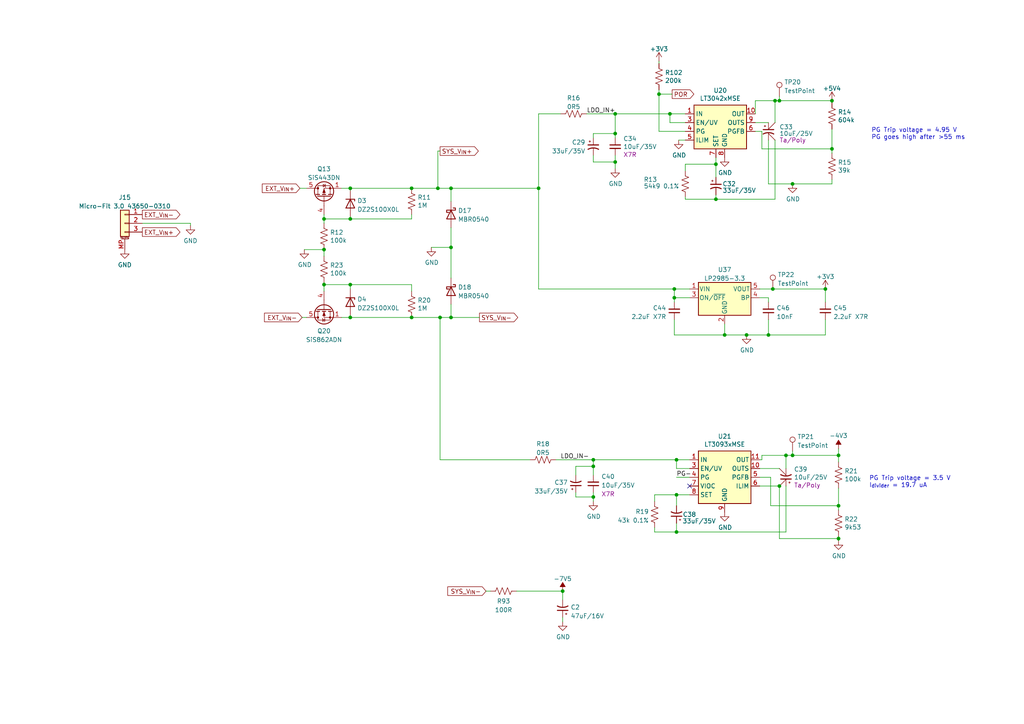
<source format=kicad_sch>
(kicad_sch (version 20230121) (generator eeschema)

  (uuid b71ea2fc-03b3-4a1a-950e-5a040f1be797)

  (paper "A4")

  (lib_symbols
    (symbol "Connector:TestPoint" (pin_numbers hide) (pin_names (offset 0.762) hide) (in_bom yes) (on_board yes)
      (property "Reference" "TP" (at 0 6.858 0)
        (effects (font (size 1.27 1.27)))
      )
      (property "Value" "TestPoint" (at 0 5.08 0)
        (effects (font (size 1.27 1.27)))
      )
      (property "Footprint" "" (at 5.08 0 0)
        (effects (font (size 1.27 1.27)) hide)
      )
      (property "Datasheet" "~" (at 5.08 0 0)
        (effects (font (size 1.27 1.27)) hide)
      )
      (property "ki_keywords" "test point tp" (at 0 0 0)
        (effects (font (size 1.27 1.27)) hide)
      )
      (property "ki_description" "test point" (at 0 0 0)
        (effects (font (size 1.27 1.27)) hide)
      )
      (property "ki_fp_filters" "Pin* Test*" (at 0 0 0)
        (effects (font (size 1.27 1.27)) hide)
      )
      (symbol "TestPoint_0_1"
        (circle (center 0 3.302) (radius 0.762)
          (stroke (width 0) (type default))
          (fill (type none))
        )
      )
      (symbol "TestPoint_1_1"
        (pin passive line (at 0 0 90) (length 2.54)
          (name "1" (effects (font (size 1.27 1.27))))
          (number "1" (effects (font (size 1.27 1.27))))
        )
      )
    )
    (symbol "Connector_Generic_MountingPin:Conn_01x03_MountingPin" (pin_names (offset 1.016) hide) (in_bom yes) (on_board yes)
      (property "Reference" "J" (at 0 5.08 0)
        (effects (font (size 1.27 1.27)))
      )
      (property "Value" "Conn_01x03_MountingPin" (at 1.27 -5.08 0)
        (effects (font (size 1.27 1.27)) (justify left))
      )
      (property "Footprint" "" (at 0 0 0)
        (effects (font (size 1.27 1.27)) hide)
      )
      (property "Datasheet" "~" (at 0 0 0)
        (effects (font (size 1.27 1.27)) hide)
      )
      (property "ki_keywords" "connector" (at 0 0 0)
        (effects (font (size 1.27 1.27)) hide)
      )
      (property "ki_description" "Generic connectable mounting pin connector, single row, 01x03, script generated (kicad-library-utils/schlib/autogen/connector/)" (at 0 0 0)
        (effects (font (size 1.27 1.27)) hide)
      )
      (property "ki_fp_filters" "Connector*:*_1x??-1MP*" (at 0 0 0)
        (effects (font (size 1.27 1.27)) hide)
      )
      (symbol "Conn_01x03_MountingPin_1_1"
        (rectangle (start -1.27 -2.413) (end 0 -2.667)
          (stroke (width 0.1524) (type default))
          (fill (type none))
        )
        (rectangle (start -1.27 0.127) (end 0 -0.127)
          (stroke (width 0.1524) (type default))
          (fill (type none))
        )
        (rectangle (start -1.27 2.667) (end 0 2.413)
          (stroke (width 0.1524) (type default))
          (fill (type none))
        )
        (rectangle (start -1.27 3.81) (end 1.27 -3.81)
          (stroke (width 0.254) (type default))
          (fill (type background))
        )
        (polyline
          (pts
            (xy -1.016 -4.572)
            (xy 1.016 -4.572)
          )
          (stroke (width 0.1524) (type default))
          (fill (type none))
        )
        (text "Mounting" (at 0 -4.191 0)
          (effects (font (size 0.381 0.381)))
        )
        (pin passive line (at -5.08 2.54 0) (length 3.81)
          (name "Pin_1" (effects (font (size 1.27 1.27))))
          (number "1" (effects (font (size 1.27 1.27))))
        )
        (pin passive line (at -5.08 0 0) (length 3.81)
          (name "Pin_2" (effects (font (size 1.27 1.27))))
          (number "2" (effects (font (size 1.27 1.27))))
        )
        (pin passive line (at -5.08 -2.54 0) (length 3.81)
          (name "Pin_3" (effects (font (size 1.27 1.27))))
          (number "3" (effects (font (size 1.27 1.27))))
        )
        (pin passive line (at 0 -7.62 90) (length 3.048)
          (name "MountPin" (effects (font (size 1.27 1.27))))
          (number "MP" (effects (font (size 1.27 1.27))))
        )
      )
    )
    (symbol "Device:CP1_Small" (pin_numbers hide) (pin_names (offset 0.254) hide) (in_bom yes) (on_board yes)
      (property "Reference" "C" (at 0.254 1.778 0)
        (effects (font (size 1.27 1.27)) (justify left))
      )
      (property "Value" "CP1_Small" (at 0.254 -2.032 0)
        (effects (font (size 1.27 1.27)) (justify left))
      )
      (property "Footprint" "" (at 0 0 0)
        (effects (font (size 1.27 1.27)) hide)
      )
      (property "Datasheet" "~" (at 0 0 0)
        (effects (font (size 1.27 1.27)) hide)
      )
      (property "ki_keywords" "cap capacitor" (at 0 0 0)
        (effects (font (size 1.27 1.27)) hide)
      )
      (property "ki_description" "Polarized capacitor, small US symbol" (at 0 0 0)
        (effects (font (size 1.27 1.27)) hide)
      )
      (property "ki_fp_filters" "CP_*" (at 0 0 0)
        (effects (font (size 1.27 1.27)) hide)
      )
      (symbol "CP1_Small_0_1"
        (polyline
          (pts
            (xy -1.524 0.508)
            (xy 1.524 0.508)
          )
          (stroke (width 0.3048) (type default))
          (fill (type none))
        )
        (polyline
          (pts
            (xy -1.27 1.524)
            (xy -0.762 1.524)
          )
          (stroke (width 0) (type default))
          (fill (type none))
        )
        (polyline
          (pts
            (xy -1.016 1.27)
            (xy -1.016 1.778)
          )
          (stroke (width 0) (type default))
          (fill (type none))
        )
        (arc (start 1.524 -0.762) (mid 0 -0.3734) (end -1.524 -0.762)
          (stroke (width 0.3048) (type default))
          (fill (type none))
        )
      )
      (symbol "CP1_Small_1_1"
        (pin passive line (at 0 2.54 270) (length 2.032)
          (name "~" (effects (font (size 1.27 1.27))))
          (number "1" (effects (font (size 1.27 1.27))))
        )
        (pin passive line (at 0 -2.54 90) (length 2.032)
          (name "~" (effects (font (size 1.27 1.27))))
          (number "2" (effects (font (size 1.27 1.27))))
        )
      )
    )
    (symbol "Device:CP1_Small_Kelvin" (pin_numbers hide) (pin_names (offset 0.254) hide) (in_bom yes) (on_board yes)
      (property "Reference" "C" (at 1.905 1.27 0)
        (effects (font (size 1.27 1.27)) (justify left))
      )
      (property "Value" "CP1_Small_Kelvin" (at 1.905 -0.635 0)
        (effects (font (size 1.27 1.27)) (justify left))
      )
      (property "Footprint" "" (at 0 0 0)
        (effects (font (size 1.27 1.27)) hide)
      )
      (property "Datasheet" "~" (at 0 0 0)
        (effects (font (size 1.27 1.27)) hide)
      )
      (property "ki_keywords" "cap capacitor" (at 0 0 0)
        (effects (font (size 1.27 1.27)) hide)
      )
      (property "ki_description" "Polarized capacitor, small US symbol" (at 0 0 0)
        (effects (font (size 1.27 1.27)) hide)
      )
      (property "ki_fp_filters" "CP_*" (at 0 0 0)
        (effects (font (size 1.27 1.27)) hide)
      )
      (symbol "CP1_Small_Kelvin_0_1"
        (polyline
          (pts
            (xy -1.524 0.508)
            (xy 1.524 0.508)
          )
          (stroke (width 0.3048) (type default))
          (fill (type none))
        )
        (polyline
          (pts
            (xy -1.27 1.524)
            (xy -0.762 1.524)
          )
          (stroke (width 0) (type default))
          (fill (type none))
        )
        (polyline
          (pts
            (xy -1.016 1.27)
            (xy -1.016 1.778)
          )
          (stroke (width 0) (type default))
          (fill (type none))
        )
        (polyline
          (pts
            (xy 0 -0.635)
            (xy 1.905 -2.54)
          )
          (stroke (width 0) (type default))
          (fill (type none))
        )
        (polyline
          (pts
            (xy 0 0.635)
            (xy 1.905 2.54)
          )
          (stroke (width 0) (type default))
          (fill (type none))
        )
        (arc (start 1.524 -0.762) (mid 0 -0.3734) (end -1.524 -0.762)
          (stroke (width 0.3048) (type default))
          (fill (type none))
        )
      )
      (symbol "CP1_Small_Kelvin_1_1"
        (pin passive line (at 0 2.54 270) (length 2.032)
          (name "~" (effects (font (size 1.27 1.27))))
          (number "1" (effects (font (size 1.27 1.27))))
        )
        (pin passive line (at 1.905 2.54 270) (length 0)
          (name "~" (effects (font (size 1.27 1.27))))
          (number "2" (effects (font (size 1.27 1.27))))
        )
        (pin passive line (at 0 -2.54 90) (length 2.032)
          (name "~" (effects (font (size 1.27 1.27))))
          (number "3" (effects (font (size 1.27 1.27))))
        )
        (pin passive line (at 1.905 -2.54 90) (length 0)
          (name "~" (effects (font (size 1.27 1.27))))
          (number "4" (effects (font (size 1.27 1.27))))
        )
      )
    )
    (symbol "Device:C_Small" (pin_numbers hide) (pin_names (offset 0.254) hide) (in_bom yes) (on_board yes)
      (property "Reference" "C" (at 0.254 1.778 0)
        (effects (font (size 1.27 1.27)) (justify left))
      )
      (property "Value" "C_Small" (at 0.254 -2.032 0)
        (effects (font (size 1.27 1.27)) (justify left))
      )
      (property "Footprint" "" (at 0 0 0)
        (effects (font (size 1.27 1.27)) hide)
      )
      (property "Datasheet" "~" (at 0 0 0)
        (effects (font (size 1.27 1.27)) hide)
      )
      (property "ki_keywords" "capacitor cap" (at 0 0 0)
        (effects (font (size 1.27 1.27)) hide)
      )
      (property "ki_description" "Unpolarized capacitor, small symbol" (at 0 0 0)
        (effects (font (size 1.27 1.27)) hide)
      )
      (property "ki_fp_filters" "C_*" (at 0 0 0)
        (effects (font (size 1.27 1.27)) hide)
      )
      (symbol "C_Small_0_1"
        (polyline
          (pts
            (xy -1.524 -0.508)
            (xy 1.524 -0.508)
          )
          (stroke (width 0.3302) (type default))
          (fill (type none))
        )
        (polyline
          (pts
            (xy -1.524 0.508)
            (xy 1.524 0.508)
          )
          (stroke (width 0.3048) (type default))
          (fill (type none))
        )
      )
      (symbol "C_Small_1_1"
        (pin passive line (at 0 2.54 270) (length 2.032)
          (name "~" (effects (font (size 1.27 1.27))))
          (number "1" (effects (font (size 1.27 1.27))))
        )
        (pin passive line (at 0 -2.54 90) (length 2.032)
          (name "~" (effects (font (size 1.27 1.27))))
          (number "2" (effects (font (size 1.27 1.27))))
        )
      )
    )
    (symbol "Device:R_US" (pin_numbers hide) (pin_names (offset 0)) (in_bom yes) (on_board yes)
      (property "Reference" "R" (at 2.54 0 90)
        (effects (font (size 1.27 1.27)))
      )
      (property "Value" "R_US" (at -2.54 0 90)
        (effects (font (size 1.27 1.27)))
      )
      (property "Footprint" "" (at 1.016 -0.254 90)
        (effects (font (size 1.27 1.27)) hide)
      )
      (property "Datasheet" "~" (at 0 0 0)
        (effects (font (size 1.27 1.27)) hide)
      )
      (property "ki_keywords" "R res resistor" (at 0 0 0)
        (effects (font (size 1.27 1.27)) hide)
      )
      (property "ki_description" "Resistor, US symbol" (at 0 0 0)
        (effects (font (size 1.27 1.27)) hide)
      )
      (property "ki_fp_filters" "R_*" (at 0 0 0)
        (effects (font (size 1.27 1.27)) hide)
      )
      (symbol "R_US_0_1"
        (polyline
          (pts
            (xy 0 -2.286)
            (xy 0 -2.54)
          )
          (stroke (width 0) (type default))
          (fill (type none))
        )
        (polyline
          (pts
            (xy 0 2.286)
            (xy 0 2.54)
          )
          (stroke (width 0) (type default))
          (fill (type none))
        )
        (polyline
          (pts
            (xy 0 -0.762)
            (xy 1.016 -1.143)
            (xy 0 -1.524)
            (xy -1.016 -1.905)
            (xy 0 -2.286)
          )
          (stroke (width 0) (type default))
          (fill (type none))
        )
        (polyline
          (pts
            (xy 0 0.762)
            (xy 1.016 0.381)
            (xy 0 0)
            (xy -1.016 -0.381)
            (xy 0 -0.762)
          )
          (stroke (width 0) (type default))
          (fill (type none))
        )
        (polyline
          (pts
            (xy 0 2.286)
            (xy 1.016 1.905)
            (xy 0 1.524)
            (xy -1.016 1.143)
            (xy 0 0.762)
          )
          (stroke (width 0) (type default))
          (fill (type none))
        )
      )
      (symbol "R_US_1_1"
        (pin passive line (at 0 3.81 270) (length 1.27)
          (name "~" (effects (font (size 1.27 1.27))))
          (number "1" (effects (font (size 1.27 1.27))))
        )
        (pin passive line (at 0 -3.81 90) (length 1.27)
          (name "~" (effects (font (size 1.27 1.27))))
          (number "2" (effects (font (size 1.27 1.27))))
        )
      )
    )
    (symbol "Diode:DZ2S100X0L" (pin_numbers hide) (pin_names (offset 1.016) hide) (in_bom yes) (on_board yes)
      (property "Reference" "D" (at 0 2.54 0)
        (effects (font (size 1.27 1.27)))
      )
      (property "Value" "DZ2S100X0L" (at 0 -2.54 0)
        (effects (font (size 1.27 1.27)))
      )
      (property "Footprint" "Diode_SMD:D_SOD-523" (at 0 -4.445 0)
        (effects (font (size 1.27 1.27)) hide)
      )
      (property "Datasheet" "https://industrial.panasonic.com/content/data/SC/ds/ds4/DZ2S10000L_E.pdf" (at 0 0 0)
        (effects (font (size 1.27 1.27)) hide)
      )
      (property "ki_keywords" "zener diode" (at 0 0 0)
        (effects (font (size 1.27 1.27)) hide)
      )
      (property "ki_description" "150mW Silicon Planar Zener Diode, 10V, SOD-523" (at 0 0 0)
        (effects (font (size 1.27 1.27)) hide)
      )
      (property "ki_fp_filters" "D?SOD?523*" (at 0 0 0)
        (effects (font (size 1.27 1.27)) hide)
      )
      (symbol "DZ2S100X0L_0_1"
        (polyline
          (pts
            (xy 1.27 0)
            (xy -1.27 0)
          )
          (stroke (width 0) (type default))
          (fill (type none))
        )
        (polyline
          (pts
            (xy -1.27 -1.27)
            (xy -1.27 1.27)
            (xy -0.762 1.27)
          )
          (stroke (width 0.254) (type default))
          (fill (type none))
        )
        (polyline
          (pts
            (xy 1.27 -1.27)
            (xy 1.27 1.27)
            (xy -1.27 0)
            (xy 1.27 -1.27)
          )
          (stroke (width 0.254) (type default))
          (fill (type none))
        )
      )
      (symbol "DZ2S100X0L_1_1"
        (pin passive line (at -3.81 0 0) (length 2.54)
          (name "K" (effects (font (size 1.27 1.27))))
          (number "1" (effects (font (size 1.27 1.27))))
        )
        (pin passive line (at 3.81 0 180) (length 2.54)
          (name "A" (effects (font (size 1.27 1.27))))
          (number "2" (effects (font (size 1.27 1.27))))
        )
      )
    )
    (symbol "Diode:MBR0540" (pin_numbers hide) (pin_names (offset 1.016) hide) (in_bom yes) (on_board yes)
      (property "Reference" "D" (at 0 2.54 0)
        (effects (font (size 1.27 1.27)))
      )
      (property "Value" "MBR0540" (at 0 -2.54 0)
        (effects (font (size 1.27 1.27)))
      )
      (property "Footprint" "Diode_SMD:D_SOD-123" (at 0 -4.445 0)
        (effects (font (size 1.27 1.27)) hide)
      )
      (property "Datasheet" "http://www.mccsemi.com/up_pdf/MBR0520~MBR0580(SOD123).pdf" (at 0 0 0)
        (effects (font (size 1.27 1.27)) hide)
      )
      (property "ki_keywords" "diode Schottky" (at 0 0 0)
        (effects (font (size 1.27 1.27)) hide)
      )
      (property "ki_description" "40V 0.5A Schottky Power Rectifier Diode, SOD-123" (at 0 0 0)
        (effects (font (size 1.27 1.27)) hide)
      )
      (property "ki_fp_filters" "D*SOD?123*" (at 0 0 0)
        (effects (font (size 1.27 1.27)) hide)
      )
      (symbol "MBR0540_0_1"
        (polyline
          (pts
            (xy 1.27 0)
            (xy -1.27 0)
          )
          (stroke (width 0) (type default))
          (fill (type none))
        )
        (polyline
          (pts
            (xy 1.27 1.27)
            (xy 1.27 -1.27)
            (xy -1.27 0)
            (xy 1.27 1.27)
          )
          (stroke (width 0.254) (type default))
          (fill (type none))
        )
        (polyline
          (pts
            (xy -1.905 0.635)
            (xy -1.905 1.27)
            (xy -1.27 1.27)
            (xy -1.27 -1.27)
            (xy -0.635 -1.27)
            (xy -0.635 -0.635)
          )
          (stroke (width 0.254) (type default))
          (fill (type none))
        )
      )
      (symbol "MBR0540_1_1"
        (pin passive line (at -3.81 0 0) (length 2.54)
          (name "K" (effects (font (size 1.27 1.27))))
          (number "1" (effects (font (size 1.27 1.27))))
        )
        (pin passive line (at 3.81 0 180) (length 2.54)
          (name "A" (effects (font (size 1.27 1.27))))
          (number "2" (effects (font (size 1.27 1.27))))
        )
      )
    )
    (symbol "Regulator_Linear:LP2985-3.3" (pin_names (offset 0.254)) (in_bom yes) (on_board yes)
      (property "Reference" "U" (at -6.35 5.715 0)
        (effects (font (size 1.27 1.27)))
      )
      (property "Value" "LP2985-3.3" (at 0 5.715 0)
        (effects (font (size 1.27 1.27)) (justify left))
      )
      (property "Footprint" "Package_TO_SOT_SMD:SOT-23-5" (at 0 8.255 0)
        (effects (font (size 1.27 1.27)) hide)
      )
      (property "Datasheet" "http://www.ti.com/lit/ds/symlink/lp2985.pdf" (at 0 0 0)
        (effects (font (size 1.27 1.27)) hide)
      )
      (property "ki_keywords" "LDO regulator linear  SOT-23-5" (at 0 0 0)
        (effects (font (size 1.27 1.27)) hide)
      )
      (property "ki_description" "150mA 16V Low-noise Low-dropout Regulator With Shutdown, 3.3V output voltage, SOT-23-5" (at 0 0 0)
        (effects (font (size 1.27 1.27)) hide)
      )
      (property "ki_fp_filters" "SOT?23*" (at 0 0 0)
        (effects (font (size 1.27 1.27)) hide)
      )
      (symbol "LP2985-3.3_0_1"
        (rectangle (start -7.62 -5.08) (end 7.62 4.445)
          (stroke (width 0.254) (type default))
          (fill (type background))
        )
      )
      (symbol "LP2985-3.3_1_1"
        (pin power_in line (at -10.16 2.54 0) (length 2.54)
          (name "VIN" (effects (font (size 1.27 1.27))))
          (number "1" (effects (font (size 1.27 1.27))))
        )
        (pin power_in line (at 0 -7.62 90) (length 2.54)
          (name "GND" (effects (font (size 1.27 1.27))))
          (number "2" (effects (font (size 1.27 1.27))))
        )
        (pin input line (at -10.16 0 0) (length 2.54)
          (name "ON/~{OFF}" (effects (font (size 1.27 1.27))))
          (number "3" (effects (font (size 1.27 1.27))))
        )
        (pin input line (at 10.16 0 180) (length 2.54)
          (name "BP" (effects (font (size 1.27 1.27))))
          (number "4" (effects (font (size 1.27 1.27))))
        )
        (pin power_out line (at 10.16 2.54 180) (length 2.54)
          (name "VOUT" (effects (font (size 1.27 1.27))))
          (number "5" (effects (font (size 1.27 1.27))))
        )
      )
    )
    (symbol "Regulator_Linear:LT3042xMSE" (in_bom yes) (on_board yes)
      (property "Reference" "U" (at -6.35 6.35 0)
        (effects (font (size 1.27 1.27)))
      )
      (property "Value" "LT3042xMSE" (at 1.27 6.35 0)
        (effects (font (size 1.27 1.27)) (justify left))
      )
      (property "Footprint" "Package_SO:MSOP-10EP-3x3_P0.5mm_EP_thermal_vias_opt" (at 0 8.255 0)
        (effects (font (size 1.27 1.27)) hide)
      )
      (property "Datasheet" "https://www.analog.com/media/en/technical-documentation/data-sheets/3042fb.pdf" (at 0 0 0)
        (effects (font (size 1.27 1.27)) hide)
      )
      (property "ki_keywords" "linear voltage regulator low-noise" (at 0 0 0)
        (effects (font (size 1.27 1.27)) hide)
      )
      (property "ki_description" "200mA, Adjustable, Ultralow Noise, Ultrahigh PSRR RF Linear Regulator, MSOP-10" (at 0 0 0)
        (effects (font (size 1.27 1.27)) hide)
      )
      (property "ki_fp_filters" "MSOP*1EP*3x3mm*P0.5mm*" (at 0 0 0)
        (effects (font (size 1.27 1.27)) hide)
      )
      (symbol "LT3042xMSE_0_1"
        (rectangle (start -7.62 5.08) (end 7.62 -7.62)
          (stroke (width 0.254) (type default))
          (fill (type background))
        )
      )
      (symbol "LT3042xMSE_1_1"
        (pin power_in line (at -10.16 2.54 0) (length 2.54)
          (name "IN" (effects (font (size 1.27 1.27))))
          (number "1" (effects (font (size 1.27 1.27))))
        )
        (pin power_out line (at 10.16 2.54 180) (length 2.54)
          (name "OUT" (effects (font (size 1.27 1.27))))
          (number "10" (effects (font (size 1.27 1.27))))
        )
        (pin passive line (at 1.27 -10.16 90) (length 2.54) hide
          (name "GND" (effects (font (size 1.27 1.27))))
          (number "11" (effects (font (size 1.27 1.27))))
        )
        (pin passive line (at -10.16 2.54 0) (length 2.54) hide
          (name "IN" (effects (font (size 1.27 1.27))))
          (number "2" (effects (font (size 1.27 1.27))))
        )
        (pin input line (at -10.16 0 0) (length 2.54)
          (name "EN/UV" (effects (font (size 1.27 1.27))))
          (number "3" (effects (font (size 1.27 1.27))))
        )
        (pin open_collector line (at -10.16 -2.54 0) (length 2.54)
          (name "PG" (effects (font (size 1.27 1.27))))
          (number "4" (effects (font (size 1.27 1.27))))
        )
        (pin passive line (at -10.16 -5.08 0) (length 2.54)
          (name "ILIM" (effects (font (size 1.27 1.27))))
          (number "5" (effects (font (size 1.27 1.27))))
        )
        (pin input line (at 10.16 -2.54 180) (length 2.54)
          (name "PGFB" (effects (font (size 1.27 1.27))))
          (number "6" (effects (font (size 1.27 1.27))))
        )
        (pin passive line (at -1.27 -10.16 90) (length 2.54)
          (name "SET" (effects (font (size 1.27 1.27))))
          (number "7" (effects (font (size 1.27 1.27))))
        )
        (pin power_in line (at 1.27 -10.16 90) (length 2.54)
          (name "GND" (effects (font (size 1.27 1.27))))
          (number "8" (effects (font (size 1.27 1.27))))
        )
        (pin input line (at 10.16 0 180) (length 2.54)
          (name "OUTS" (effects (font (size 1.27 1.27))))
          (number "9" (effects (font (size 1.27 1.27))))
        )
      )
    )
    (symbol "Regulator_Linear:LT3093xMSE" (in_bom yes) (on_board yes)
      (property "Reference" "U" (at -6.35 8.89 0)
        (effects (font (size 1.27 1.27)))
      )
      (property "Value" "LT3093xMSE" (at 1.27 8.89 0)
        (effects (font (size 1.27 1.27)) (justify left))
      )
      (property "Footprint" "Package_SO:MSOP-12-1EP_3x4mm_P0.65mm_EP1.65x2.85mm_ThermalVias_opt" (at 0 10.795 0)
        (effects (font (size 1.27 1.27)) hide)
      )
      (property "Datasheet" "https://www.analog.com/media/en/technical-documentation/data-sheets/lt3093.pdf" (at 0 2.54 0)
        (effects (font (size 1.27 1.27)) hide)
      )
      (property "ki_keywords" "linear negative voltage regulator low-noise" (at 0 0 0)
        (effects (font (size 1.27 1.27)) hide)
      )
      (property "ki_description" "-200mA, Adjustable, Ultralow Noise, Ultrahigh PSRR RF Negative Linear Regulator, MSOP-12" (at 0 0 0)
        (effects (font (size 1.27 1.27)) hide)
      )
      (property "ki_fp_filters" "MSOP*1EP*3x4mm*P0.65mm*" (at 0 0 0)
        (effects (font (size 1.27 1.27)) hide)
      )
      (symbol "LT3093xMSE_0_0"
        (pin passive line (at 10.16 5.08 180) (length 2.54) hide
          (name "OUT" (effects (font (size 1.27 1.27))))
          (number "12" (effects (font (size 1.27 1.27))))
        )
        (pin passive line (at -10.16 5.08 0) (length 2.54) hide
          (name "IN" (effects (font (size 1.27 1.27))))
          (number "13" (effects (font (size 1.27 1.27))))
        )
      )
      (symbol "LT3093xMSE_0_1"
        (rectangle (start 7.62 7.62) (end -7.62 -7.62)
          (stroke (width 0.254) (type default))
          (fill (type background))
        )
      )
      (symbol "LT3093xMSE_1_1"
        (pin power_in line (at -10.16 5.08 0) (length 2.54)
          (name "IN" (effects (font (size 1.27 1.27))))
          (number "1" (effects (font (size 1.27 1.27))))
        )
        (pin input line (at 10.16 2.54 180) (length 2.54)
          (name "OUTS" (effects (font (size 1.27 1.27))))
          (number "10" (effects (font (size 1.27 1.27))))
        )
        (pin power_out line (at 10.16 5.08 180) (length 2.54)
          (name "OUT" (effects (font (size 1.27 1.27))))
          (number "11" (effects (font (size 1.27 1.27))))
        )
        (pin passive line (at -10.16 5.08 0) (length 2.54) hide
          (name "IN" (effects (font (size 1.27 1.27))))
          (number "2" (effects (font (size 1.27 1.27))))
        )
        (pin input line (at -10.16 2.54 0) (length 2.54)
          (name "EN/UV" (effects (font (size 1.27 1.27))))
          (number "3" (effects (font (size 1.27 1.27))))
        )
        (pin open_collector line (at -10.16 0 0) (length 2.54)
          (name "PG" (effects (font (size 1.27 1.27))))
          (number "4" (effects (font (size 1.27 1.27))))
        )
        (pin input line (at 10.16 0 180) (length 2.54)
          (name "PGFB" (effects (font (size 1.27 1.27))))
          (number "5" (effects (font (size 1.27 1.27))))
        )
        (pin passive line (at 10.16 -2.54 180) (length 2.54)
          (name "ILIM" (effects (font (size 1.27 1.27))))
          (number "6" (effects (font (size 1.27 1.27))))
        )
        (pin passive line (at -10.16 -2.54 0) (length 2.54)
          (name "VIOC" (effects (font (size 1.27 1.27))))
          (number "7" (effects (font (size 1.27 1.27))))
        )
        (pin passive line (at -10.16 -5.08 0) (length 2.54)
          (name "SET" (effects (font (size 1.27 1.27))))
          (number "8" (effects (font (size 1.27 1.27))))
        )
        (pin power_in line (at 0 -10.16 90) (length 2.54)
          (name "GND" (effects (font (size 1.27 1.27))))
          (number "9" (effects (font (size 1.27 1.27))))
        )
      )
    )
    (symbol "Transistor_FET:SiS443DN" (pin_names hide) (in_bom yes) (on_board yes)
      (property "Reference" "Q" (at 5.08 1.905 0)
        (effects (font (size 1.27 1.27)) (justify left))
      )
      (property "Value" "SiS443DN" (at 5.08 0 0)
        (effects (font (size 1.27 1.27)) (justify left))
      )
      (property "Footprint" "Package_SO:Vishay_PowerPAK_1212-8_Single" (at 5.08 -1.905 0)
        (effects (font (size 1.27 1.27) italic) (justify left) hide)
      )
      (property "Datasheet" "https://www.vishay.com/docs/63253/sis443dn.pdf" (at 0 0 90)
        (effects (font (size 1.27 1.27)) (justify left) hide)
      )
      (property "ki_keywords" "P-Channel MOSFET" (at 0 0 0)
        (effects (font (size 1.27 1.27)) hide)
      )
      (property "ki_description" "-35A Id, -40V Vds, P-Channel MOSFET, PowerPAK 1212-8 Single" (at 0 0 0)
        (effects (font (size 1.27 1.27)) hide)
      )
      (property "ki_fp_filters" "Vishay*PowerPAK*1212*Single*" (at 0 0 0)
        (effects (font (size 1.27 1.27)) hide)
      )
      (symbol "SiS443DN_0_1"
        (polyline
          (pts
            (xy 0.254 0)
            (xy -2.54 0)
          )
          (stroke (width 0) (type default))
          (fill (type none))
        )
        (polyline
          (pts
            (xy 0.254 1.905)
            (xy 0.254 -1.905)
          )
          (stroke (width 0.254) (type default))
          (fill (type none))
        )
        (polyline
          (pts
            (xy 0.762 -1.27)
            (xy 0.762 -2.286)
          )
          (stroke (width 0.254) (type default))
          (fill (type none))
        )
        (polyline
          (pts
            (xy 0.762 0.508)
            (xy 0.762 -0.508)
          )
          (stroke (width 0.254) (type default))
          (fill (type none))
        )
        (polyline
          (pts
            (xy 0.762 2.286)
            (xy 0.762 1.27)
          )
          (stroke (width 0.254) (type default))
          (fill (type none))
        )
        (polyline
          (pts
            (xy 2.54 2.54)
            (xy 2.54 1.778)
          )
          (stroke (width 0) (type default))
          (fill (type none))
        )
        (polyline
          (pts
            (xy 2.54 -2.54)
            (xy 2.54 0)
            (xy 0.762 0)
          )
          (stroke (width 0) (type default))
          (fill (type none))
        )
        (polyline
          (pts
            (xy 0.762 1.778)
            (xy 3.302 1.778)
            (xy 3.302 -1.778)
            (xy 0.762 -1.778)
          )
          (stroke (width 0) (type default))
          (fill (type none))
        )
        (polyline
          (pts
            (xy 2.286 0)
            (xy 1.27 0.381)
            (xy 1.27 -0.381)
            (xy 2.286 0)
          )
          (stroke (width 0) (type default))
          (fill (type outline))
        )
        (polyline
          (pts
            (xy 2.794 -0.508)
            (xy 2.921 -0.381)
            (xy 3.683 -0.381)
            (xy 3.81 -0.254)
          )
          (stroke (width 0) (type default))
          (fill (type none))
        )
        (polyline
          (pts
            (xy 3.302 -0.381)
            (xy 2.921 0.254)
            (xy 3.683 0.254)
            (xy 3.302 -0.381)
          )
          (stroke (width 0) (type default))
          (fill (type none))
        )
        (circle (center 1.651 0) (radius 2.794)
          (stroke (width 0.254) (type default))
          (fill (type none))
        )
        (circle (center 2.54 -1.778) (radius 0.254)
          (stroke (width 0) (type default))
          (fill (type outline))
        )
        (circle (center 2.54 1.778) (radius 0.254)
          (stroke (width 0) (type default))
          (fill (type outline))
        )
      )
      (symbol "SiS443DN_1_1"
        (pin passive line (at 2.54 -5.08 90) (length 2.54)
          (name "S" (effects (font (size 1.27 1.27))))
          (number "1" (effects (font (size 1.27 1.27))))
        )
        (pin passive line (at 2.54 -5.08 90) (length 2.54) hide
          (name "S" (effects (font (size 1.27 1.27))))
          (number "2" (effects (font (size 1.27 1.27))))
        )
        (pin passive line (at 2.54 -5.08 90) (length 2.54) hide
          (name "S" (effects (font (size 1.27 1.27))))
          (number "3" (effects (font (size 1.27 1.27))))
        )
        (pin passive line (at -5.08 0 0) (length 2.54)
          (name "G" (effects (font (size 1.27 1.27))))
          (number "4" (effects (font (size 1.27 1.27))))
        )
        (pin passive line (at 2.54 5.08 270) (length 2.54)
          (name "D" (effects (font (size 1.27 1.27))))
          (number "5" (effects (font (size 1.27 1.27))))
        )
      )
    )
    (symbol "Transistor_FET:SiS862ADN" (pin_names hide) (in_bom yes) (on_board yes)
      (property "Reference" "Q" (at 5.08 1.905 0)
        (effects (font (size 1.27 1.27)) (justify left))
      )
      (property "Value" "SiS862ADN" (at 5.08 0 0)
        (effects (font (size 1.27 1.27)) (justify left))
      )
      (property "Footprint" "Package_SO:Vishay_PowerPAK_1212-8_Single" (at 5.08 -1.905 0)
        (effects (font (size 1.27 1.27) italic) (justify left) hide)
      )
      (property "Datasheet" "https://www.vishay.com/docs/76785/sis862adn.pdf" (at 0 0 0)
        (effects (font (size 1.27 1.27)) (justify left) hide)
      )
      (property "ki_keywords" "N-Channel MOSFET" (at 0 0 0)
        (effects (font (size 1.27 1.27)) hide)
      )
      (property "ki_description" "52A Id, 60V Vds, 7.2mOhm Rds(ON), N-Channel MOSFET, PowerPAK 1212-8 Single" (at 0 0 0)
        (effects (font (size 1.27 1.27)) hide)
      )
      (property "ki_fp_filters" "Vishay*PowerPAK*1212*Single*" (at 0 0 0)
        (effects (font (size 1.27 1.27)) hide)
      )
      (symbol "SiS862ADN_0_1"
        (polyline
          (pts
            (xy 0.254 0)
            (xy -2.54 0)
          )
          (stroke (width 0) (type default))
          (fill (type none))
        )
        (polyline
          (pts
            (xy 0.254 1.905)
            (xy 0.254 -1.905)
          )
          (stroke (width 0.254) (type default))
          (fill (type none))
        )
        (polyline
          (pts
            (xy 0.762 -1.27)
            (xy 0.762 -2.286)
          )
          (stroke (width 0.254) (type default))
          (fill (type none))
        )
        (polyline
          (pts
            (xy 0.762 0.508)
            (xy 0.762 -0.508)
          )
          (stroke (width 0.254) (type default))
          (fill (type none))
        )
        (polyline
          (pts
            (xy 0.762 2.286)
            (xy 0.762 1.27)
          )
          (stroke (width 0.254) (type default))
          (fill (type none))
        )
        (polyline
          (pts
            (xy 2.54 2.54)
            (xy 2.54 1.778)
          )
          (stroke (width 0) (type default))
          (fill (type none))
        )
        (polyline
          (pts
            (xy 2.54 -2.54)
            (xy 2.54 0)
            (xy 0.762 0)
          )
          (stroke (width 0) (type default))
          (fill (type none))
        )
        (polyline
          (pts
            (xy 0.762 -1.778)
            (xy 3.302 -1.778)
            (xy 3.302 1.778)
            (xy 0.762 1.778)
          )
          (stroke (width 0) (type default))
          (fill (type none))
        )
        (polyline
          (pts
            (xy 1.016 0)
            (xy 2.032 0.381)
            (xy 2.032 -0.381)
            (xy 1.016 0)
          )
          (stroke (width 0) (type default))
          (fill (type outline))
        )
        (polyline
          (pts
            (xy 2.794 0.508)
            (xy 2.921 0.381)
            (xy 3.683 0.381)
            (xy 3.81 0.254)
          )
          (stroke (width 0) (type default))
          (fill (type none))
        )
        (polyline
          (pts
            (xy 3.302 0.381)
            (xy 2.921 -0.254)
            (xy 3.683 -0.254)
            (xy 3.302 0.381)
          )
          (stroke (width 0) (type default))
          (fill (type none))
        )
        (circle (center 1.651 0) (radius 2.794)
          (stroke (width 0.254) (type default))
          (fill (type none))
        )
        (circle (center 2.54 -1.778) (radius 0.254)
          (stroke (width 0) (type default))
          (fill (type outline))
        )
        (circle (center 2.54 1.778) (radius 0.254)
          (stroke (width 0) (type default))
          (fill (type outline))
        )
      )
      (symbol "SiS862ADN_1_1"
        (pin passive line (at 2.54 -5.08 90) (length 2.54)
          (name "S" (effects (font (size 1.27 1.27))))
          (number "1" (effects (font (size 1.27 1.27))))
        )
        (pin passive line (at 2.54 -5.08 90) (length 2.54) hide
          (name "S" (effects (font (size 1.27 1.27))))
          (number "2" (effects (font (size 1.27 1.27))))
        )
        (pin passive line (at 2.54 -5.08 90) (length 2.54) hide
          (name "S" (effects (font (size 1.27 1.27))))
          (number "3" (effects (font (size 1.27 1.27))))
        )
        (pin input line (at -5.08 0 0) (length 2.54)
          (name "G" (effects (font (size 1.27 1.27))))
          (number "4" (effects (font (size 1.27 1.27))))
        )
        (pin passive line (at 2.54 5.08 270) (length 2.54)
          (name "D" (effects (font (size 1.27 1.27))))
          (number "5" (effects (font (size 1.27 1.27))))
        )
      )
    )
    (symbol "power:+3V3" (power) (pin_names (offset 0)) (in_bom yes) (on_board yes)
      (property "Reference" "#PWR" (at 0 -3.81 0)
        (effects (font (size 1.27 1.27)) hide)
      )
      (property "Value" "+3V3" (at 0 3.556 0)
        (effects (font (size 1.27 1.27)))
      )
      (property "Footprint" "" (at 0 0 0)
        (effects (font (size 1.27 1.27)) hide)
      )
      (property "Datasheet" "" (at 0 0 0)
        (effects (font (size 1.27 1.27)) hide)
      )
      (property "ki_keywords" "power-flag" (at 0 0 0)
        (effects (font (size 1.27 1.27)) hide)
      )
      (property "ki_description" "Power symbol creates a global label with name \"+3V3\"" (at 0 0 0)
        (effects (font (size 1.27 1.27)) hide)
      )
      (symbol "+3V3_0_1"
        (polyline
          (pts
            (xy -0.762 1.27)
            (xy 0 2.54)
          )
          (stroke (width 0) (type default))
          (fill (type none))
        )
        (polyline
          (pts
            (xy 0 0)
            (xy 0 2.54)
          )
          (stroke (width 0) (type default))
          (fill (type none))
        )
        (polyline
          (pts
            (xy 0 2.54)
            (xy 0.762 1.27)
          )
          (stroke (width 0) (type default))
          (fill (type none))
        )
      )
      (symbol "+3V3_1_1"
        (pin power_in line (at 0 0 90) (length 0) hide
          (name "+3V3" (effects (font (size 1.27 1.27))))
          (number "1" (effects (font (size 1.27 1.27))))
        )
      )
    )
    (symbol "power:+5V4" (power) (pin_names (offset 0)) (in_bom yes) (on_board yes)
      (property "Reference" "#PWR" (at 0 -3.81 0)
        (effects (font (size 1.27 1.27)) hide)
      )
      (property "Value" "+5V4" (at 0 3.556 0)
        (effects (font (size 1.27 1.27)))
      )
      (property "Footprint" "" (at 0 0 0)
        (effects (font (size 1.27 1.27)) hide)
      )
      (property "Datasheet" "" (at 0 0 0)
        (effects (font (size 1.27 1.27)) hide)
      )
      (property "ki_keywords" "power-flag" (at 0 0 0)
        (effects (font (size 1.27 1.27)) hide)
      )
      (property "ki_description" "Power symbol creates a global label with name \"+5V4\"" (at 0 0 0)
        (effects (font (size 1.27 1.27)) hide)
      )
      (symbol "+5V4_0_1"
        (polyline
          (pts
            (xy -0.762 1.27)
            (xy 0 2.54)
          )
          (stroke (width 0) (type default))
          (fill (type none))
        )
        (polyline
          (pts
            (xy 0 0)
            (xy 0 2.54)
          )
          (stroke (width 0) (type default))
          (fill (type none))
        )
        (polyline
          (pts
            (xy 0 2.54)
            (xy 0.762 1.27)
          )
          (stroke (width 0) (type default))
          (fill (type none))
        )
      )
      (symbol "+5V4_1_1"
        (pin power_in line (at 0 0 90) (length 0) hide
          (name "+5V4" (effects (font (size 1.27 1.27))))
          (number "1" (effects (font (size 1.27 1.27))))
        )
      )
    )
    (symbol "power:-4V3" (power) (pin_names (offset 0)) (in_bom yes) (on_board yes)
      (property "Reference" "#PWR" (at 0 2.54 0)
        (effects (font (size 1.27 1.27)) hide)
      )
      (property "Value" "-4V3" (at 0 3.81 0)
        (effects (font (size 1.27 1.27)))
      )
      (property "Footprint" "" (at 0 0 0)
        (effects (font (size 1.27 1.27)) hide)
      )
      (property "Datasheet" "" (at 0 0 0)
        (effects (font (size 1.27 1.27)) hide)
      )
      (property "ki_keywords" "power-flag" (at 0 0 0)
        (effects (font (size 1.27 1.27)) hide)
      )
      (property "ki_description" "Power symbol creates a global label with name \"-4V3\"" (at 0 0 0)
        (effects (font (size 1.27 1.27)) hide)
      )
      (symbol "-4V3_0_0"
        (pin power_in line (at 0 0 90) (length 0) hide
          (name "-4V3" (effects (font (size 1.27 1.27))))
          (number "1" (effects (font (size 1.27 1.27))))
        )
      )
      (symbol "-4V3_0_1"
        (polyline
          (pts
            (xy 0 0)
            (xy 0 1.27)
            (xy 0.762 1.27)
            (xy 0 2.54)
            (xy -0.762 1.27)
            (xy 0 1.27)
          )
          (stroke (width 0) (type default))
          (fill (type outline))
        )
      )
    )
    (symbol "power:-7V5" (power) (pin_names (offset 0)) (in_bom yes) (on_board yes)
      (property "Reference" "#PWR" (at 0 2.54 0)
        (effects (font (size 1.27 1.27)) hide)
      )
      (property "Value" "-7V5" (at 0 3.81 0)
        (effects (font (size 1.27 1.27)))
      )
      (property "Footprint" "" (at 0 0 0)
        (effects (font (size 1.27 1.27)) hide)
      )
      (property "Datasheet" "" (at 0 0 0)
        (effects (font (size 1.27 1.27)) hide)
      )
      (property "ki_keywords" "power-flag" (at 0 0 0)
        (effects (font (size 1.27 1.27)) hide)
      )
      (property "ki_description" "Power symbol creates a global label with name \"-7V5\"" (at 0 0 0)
        (effects (font (size 1.27 1.27)) hide)
      )
      (symbol "-7V5_0_0"
        (pin power_in line (at 0 0 90) (length 0) hide
          (name "-7V5" (effects (font (size 1.27 1.27))))
          (number "1" (effects (font (size 1.27 1.27))))
        )
      )
      (symbol "-7V5_0_1"
        (polyline
          (pts
            (xy 0 0)
            (xy 0 1.27)
            (xy 0.762 1.27)
            (xy 0 2.54)
            (xy -0.762 1.27)
            (xy 0 1.27)
          )
          (stroke (width 0) (type default))
          (fill (type outline))
        )
      )
    )
    (symbol "power:GND" (power) (pin_names (offset 0)) (in_bom yes) (on_board yes)
      (property "Reference" "#PWR" (at 0 -6.35 0)
        (effects (font (size 1.27 1.27)) hide)
      )
      (property "Value" "GND" (at 0 -3.81 0)
        (effects (font (size 1.27 1.27)))
      )
      (property "Footprint" "" (at 0 0 0)
        (effects (font (size 1.27 1.27)) hide)
      )
      (property "Datasheet" "" (at 0 0 0)
        (effects (font (size 1.27 1.27)) hide)
      )
      (property "ki_keywords" "power-flag" (at 0 0 0)
        (effects (font (size 1.27 1.27)) hide)
      )
      (property "ki_description" "Power symbol creates a global label with name \"GND\" , ground" (at 0 0 0)
        (effects (font (size 1.27 1.27)) hide)
      )
      (symbol "GND_0_1"
        (polyline
          (pts
            (xy 0 0)
            (xy 0 -1.27)
            (xy 1.27 -1.27)
            (xy 0 -2.54)
            (xy -1.27 -1.27)
            (xy 0 -1.27)
          )
          (stroke (width 0) (type default))
          (fill (type none))
        )
      )
      (symbol "GND_1_1"
        (pin power_in line (at 0 0 270) (length 0) hide
          (name "GND" (effects (font (size 1.27 1.27))))
          (number "1" (effects (font (size 1.27 1.27))))
        )
      )
    )
  )

  (junction (at 101.6 82.55) (diameter 0) (color 0 0 0 0)
    (uuid 032fc3b8-887a-4f54-b68d-4a0ed4fb52c2)
  )
  (junction (at 101.6 92.075) (diameter 0) (color 0 0 0 0)
    (uuid 0566dc33-40b4-4653-b2b0-d3c4fad3f453)
  )
  (junction (at 216.535 97.155) (diameter 0) (color 0 0 0 0)
    (uuid 0641292f-84a5-4919-9262-8e0e2dddffb4)
  )
  (junction (at 172.085 135.255) (diameter 0) (color 0 0 0 0)
    (uuid 0b048974-c4a5-4028-a312-263ba5c3e8e1)
  )
  (junction (at 178.435 38.735) (diameter 0) (color 0 0 0 0)
    (uuid 174febfb-7ca5-4f0e-bb03-5cd9485f2136)
  )
  (junction (at 207.645 57.785) (diameter 0) (color 0 0 0 0)
    (uuid 226748a0-9c54-4438-a724-741c7846a7bf)
  )
  (junction (at 229.87 132.08) (diameter 0) (color 0 0 0 0)
    (uuid 25a8fff5-f4a3-4d7a-9861-6317997f578e)
  )
  (junction (at 101.6 63.5) (diameter 0) (color 0 0 0 0)
    (uuid 2665e7e4-ee91-4133-9bdf-42a752bf9415)
  )
  (junction (at 172.085 144.145) (diameter 0) (color 0 0 0 0)
    (uuid 2c9d75c0-12dd-4c60-8586-455dceb34455)
  )
  (junction (at 241.3 43.18) (diameter 0) (color 0 0 0 0)
    (uuid 310e28e7-f7b1-4197-b25d-4003c7dcabae)
  )
  (junction (at 229.87 53.34) (diameter 0) (color 0 0 0 0)
    (uuid 391e77f9-45fd-4544-9a96-6b9be0f3494b)
  )
  (junction (at 172.085 133.35) (diameter 0) (color 0 0 0 0)
    (uuid 3a79cea0-4e21-4047-8777-2ccd3c0d798c)
  )
  (junction (at 196.215 133.35) (diameter 0) (color 0 0 0 0)
    (uuid 3c3e78d8-62d7-4020-ae7c-c489234b27d5)
  )
  (junction (at 101.6 54.61) (diameter 0) (color 0 0 0 0)
    (uuid 42d8145f-587f-46f7-b3f3-2944ca5c0045)
  )
  (junction (at 191.135 27.305) (diameter 0) (color 0 0 0 0)
    (uuid 443d3ed2-5a5b-460a-916a-62cbbfa48e3e)
  )
  (junction (at 127 54.61) (diameter 0) (color 0 0 0 0)
    (uuid 4610b471-8fb6-4d2e-9212-f270734851b3)
  )
  (junction (at 93.98 82.55) (diameter 0) (color 0 0 0 0)
    (uuid 576af0f5-2140-402b-935d-7213a8d2c8c2)
  )
  (junction (at 195.58 83.82) (diameter 0) (color 0 0 0 0)
    (uuid 587925de-cd8a-40f4-822e-1f9eae78c60e)
  )
  (junction (at 178.435 33.02) (diameter 0) (color 0 0 0 0)
    (uuid 650cd174-e43a-406c-98d8-19d4468d9302)
  )
  (junction (at 130.81 54.61) (diameter 0) (color 0 0 0 0)
    (uuid 67052b42-f7a8-49e0-8817-b47134059300)
  )
  (junction (at 93.98 63.5) (diameter 0) (color 0 0 0 0)
    (uuid 6b0d70f0-13cc-416d-8355-920a5d76359a)
  )
  (junction (at 227.965 132.08) (diameter 0) (color 0 0 0 0)
    (uuid 6b1d6bcd-1928-474b-8dbd-6dab746597ca)
  )
  (junction (at 196.215 154.305) (diameter 0) (color 0 0 0 0)
    (uuid 6bdf4c09-0d97-4f84-a45b-4830c8cb3132)
  )
  (junction (at 243.205 132.08) (diameter 0) (color 0 0 0 0)
    (uuid 73fd78b9-9aa5-40d0-adab-1e5886c90dd7)
  )
  (junction (at 224.79 29.21) (diameter 0) (color 0 0 0 0)
    (uuid 86856bef-d161-4600-b8d6-44f81ad42b7c)
  )
  (junction (at 130.81 92.075) (diameter 0) (color 0 0 0 0)
    (uuid 87d7b2d9-12d2-4db1-8690-df4175463120)
  )
  (junction (at 130.81 71.755) (diameter 0) (color 0 0 0 0)
    (uuid 88920d6d-d522-422d-8510-a7eb53fa5f93)
  )
  (junction (at 119.38 54.61) (diameter 0) (color 0 0 0 0)
    (uuid 88cb365d-486d-4123-baa2-80a12af9cf27)
  )
  (junction (at 163.195 171.45) (diameter 0) (color 0 0 0 0)
    (uuid 8a9f000f-f8b8-4881-86d7-242678a9c771)
  )
  (junction (at 226.06 140.97) (diameter 0) (color 0 0 0 0)
    (uuid 8aff71fc-0b55-4238-837c-95b0b4aac181)
  )
  (junction (at 224.155 83.82) (diameter 0) (color 0 0 0 0)
    (uuid 9dad20cd-620f-481e-9f89-ec87f12f8e45)
  )
  (junction (at 194.31 33.02) (diameter 0) (color 0 0 0 0)
    (uuid a281de60-7af0-498c-be0b-24572e88b490)
  )
  (junction (at 243.205 146.685) (diameter 0) (color 0 0 0 0)
    (uuid a56d1fde-b4ad-42de-a848-9c94bc0cbe09)
  )
  (junction (at 119.38 92.075) (diameter 0) (color 0 0 0 0)
    (uuid c10d3013-5808-4473-99b0-19eeecc4599a)
  )
  (junction (at 195.58 86.36) (diameter 0) (color 0 0 0 0)
    (uuid c116b448-0226-4c98-ad49-646cf40033d5)
  )
  (junction (at 93.98 72.39) (diameter 0) (color 0 0 0 0)
    (uuid c5ef9b89-6cfe-4b79-a0bb-48d12c79b541)
  )
  (junction (at 207.645 47.625) (diameter 0) (color 0 0 0 0)
    (uuid ca7eee62-ed2f-41f0-ba4a-5f9abd56ee97)
  )
  (junction (at 222.885 97.155) (diameter 0) (color 0 0 0 0)
    (uuid cefbbce8-9038-4d74-9bb7-df93a796a8c8)
  )
  (junction (at 239.395 83.82) (diameter 0) (color 0 0 0 0)
    (uuid d262a5ef-de54-4fc4-b4ae-e154a70fd2cf)
  )
  (junction (at 178.435 46.99) (diameter 0) (color 0 0 0 0)
    (uuid d8cb45da-1da8-41a7-884e-ff90a77f8ede)
  )
  (junction (at 226.06 29.21) (diameter 0) (color 0 0 0 0)
    (uuid e6e10daa-dfe4-4543-b632-c621a9e7371d)
  )
  (junction (at 127.635 92.075) (diameter 0) (color 0 0 0 0)
    (uuid e8ffdeee-e0a7-4f91-9cab-32eae574fa80)
  )
  (junction (at 196.215 143.51) (diameter 0) (color 0 0 0 0)
    (uuid eb79b938-dc23-4503-beb0-3634b653c9e4)
  )
  (junction (at 156.21 54.61) (diameter 0) (color 0 0 0 0)
    (uuid edca564d-cf2c-4f09-8787-1347ce416d00)
  )
  (junction (at 210.185 97.155) (diameter 0) (color 0 0 0 0)
    (uuid f5a931b0-089a-4c94-ba90-bc8c6a125177)
  )
  (junction (at 241.3 29.21) (diameter 0) (color 0 0 0 0)
    (uuid f758668a-89e5-4d01-88f8-56bc091634ba)
  )
  (junction (at 243.205 156.21) (diameter 0) (color 0 0 0 0)
    (uuid fc153f76-4971-47fe-9c36-88d5ca4ab507)
  )

  (no_connect (at 200.025 140.97) (uuid 977371ef-232c-40b3-8805-7fed7909b206))

  (wire (pts (xy 172.085 46.99) (xy 178.435 46.99))
    (stroke (width 0) (type default))
    (uuid 021901ab-2669-480e-a4e9-a2576ec72365)
  )
  (wire (pts (xy 243.205 155.575) (xy 243.205 156.21))
    (stroke (width 0) (type default))
    (uuid 03ae5596-bc68-4919-b712-a127d93338cc)
  )
  (wire (pts (xy 130.81 88.265) (xy 130.81 92.075))
    (stroke (width 0) (type default))
    (uuid 06e00220-5c86-4108-b7ec-9f8b965f74dc)
  )
  (wire (pts (xy 196.215 135.89) (xy 196.215 133.35))
    (stroke (width 0) (type default))
    (uuid 077985bd-c8a6-43b8-af30-1141a8334306)
  )
  (wire (pts (xy 220.345 133.35) (xy 220.98 133.35))
    (stroke (width 0) (type default))
    (uuid 08fae221-7b6f-4c57-be73-6210c6206091)
  )
  (wire (pts (xy 239.395 83.82) (xy 239.395 87.63))
    (stroke (width 0) (type default))
    (uuid 09297298-9728-465a-8535-3dca389c003a)
  )
  (wire (pts (xy 243.205 141.605) (xy 243.205 146.685))
    (stroke (width 0) (type default))
    (uuid 1002411f-a485-468c-981b-cec2ce41d8bd)
  )
  (wire (pts (xy 222.885 53.34) (xy 222.885 40.64))
    (stroke (width 0) (type default))
    (uuid 11ccd497-2713-4d03-8a7a-1dbd53fbc1f7)
  )
  (wire (pts (xy 140.97 171.45) (xy 142.24 171.45))
    (stroke (width 0) (type default))
    (uuid 1315e8d2-aef3-4699-a3cc-74f4343848c2)
  )
  (wire (pts (xy 189.865 154.305) (xy 196.215 154.305))
    (stroke (width 0) (type default))
    (uuid 138f5600-7fba-4219-9f21-9ce4066a1d82)
  )
  (wire (pts (xy 172.085 144.145) (xy 167.005 144.145))
    (stroke (width 0) (type default))
    (uuid 13c49e0d-f04f-400a-9e37-1ee5e928402d)
  )
  (wire (pts (xy 207.645 47.625) (xy 198.755 47.625))
    (stroke (width 0) (type default))
    (uuid 1533b475-c834-40d3-ae2c-55eb46ae810f)
  )
  (wire (pts (xy 178.435 33.02) (xy 194.31 33.02))
    (stroke (width 0) (type default))
    (uuid 1839af19-9650-42d7-b135-0d5d33154b27)
  )
  (wire (pts (xy 220.98 132.08) (xy 227.965 132.08))
    (stroke (width 0) (type default))
    (uuid 1a0c5194-0d7e-4fcc-a11d-049fac80c4dc)
  )
  (wire (pts (xy 194.31 33.02) (xy 198.755 33.02))
    (stroke (width 0) (type default))
    (uuid 1b8d5810-67b5-41f5-a4e9-e6c2cc9fec50)
  )
  (wire (pts (xy 127 43.815) (xy 127 54.61))
    (stroke (width 0) (type default))
    (uuid 1cac0e68-37d4-4ed9-abd0-3ea5ddb3174d)
  )
  (wire (pts (xy 229.87 132.08) (xy 243.205 132.08))
    (stroke (width 0) (type default))
    (uuid 1ec29551-0c3e-42ef-aa6d-cc4429e34be4)
  )
  (wire (pts (xy 196.215 154.305) (xy 227.965 154.305))
    (stroke (width 0) (type default))
    (uuid 1f2605ff-0052-4214-ba00-e5f83f987c66)
  )
  (wire (pts (xy 178.435 45.085) (xy 178.435 46.99))
    (stroke (width 0) (type default))
    (uuid 1fc99f98-9238-475e-8295-754eb3e6d0b5)
  )
  (wire (pts (xy 229.87 130.81) (xy 229.87 132.08))
    (stroke (width 0) (type default))
    (uuid 2084d279-392e-44f8-a075-3c5e3a3f5443)
  )
  (wire (pts (xy 241.3 29.21) (xy 241.3 29.845))
    (stroke (width 0) (type default))
    (uuid 21a4e5f9-158c-4a1e-a6d3-12c826291e62)
  )
  (wire (pts (xy 101.6 54.61) (xy 101.6 55.245))
    (stroke (width 0) (type default))
    (uuid 23254c66-3a27-479a-8cab-311d24181c5e)
  )
  (wire (pts (xy 194.31 35.56) (xy 194.31 33.02))
    (stroke (width 0) (type default))
    (uuid 24fbbd33-4896-414c-ba79-167809dd0e90)
  )
  (wire (pts (xy 119.38 63.5) (xy 119.38 62.23))
    (stroke (width 0) (type default))
    (uuid 290200c1-00b2-4596-ac4e-3df47a05d898)
  )
  (wire (pts (xy 172.085 133.35) (xy 172.085 135.255))
    (stroke (width 0) (type default))
    (uuid 2afd05c7-b679-4fd2-9b04-aa73de336995)
  )
  (wire (pts (xy 198.755 35.56) (xy 194.31 35.56))
    (stroke (width 0) (type default))
    (uuid 2be498d5-e7b2-4098-b853-d60412f65c3b)
  )
  (wire (pts (xy 196.215 154.305) (xy 196.215 151.765))
    (stroke (width 0) (type default))
    (uuid 2f8dfa45-14b0-4de4-b3b0-e7b73da81a0a)
  )
  (wire (pts (xy 172.085 135.255) (xy 172.085 137.795))
    (stroke (width 0) (type default))
    (uuid 30879aa1-0138-4667-a796-81c4c96ff8db)
  )
  (wire (pts (xy 191.135 27.305) (xy 194.945 27.305))
    (stroke (width 0) (type default))
    (uuid 3132f34e-b78f-4bfe-b8cf-d05420ccf98b)
  )
  (wire (pts (xy 222.885 53.34) (xy 229.87 53.34))
    (stroke (width 0) (type default))
    (uuid 328b655f-3682-4d72-b986-09747092cdfb)
  )
  (wire (pts (xy 222.885 97.155) (xy 222.885 92.71))
    (stroke (width 0) (type default))
    (uuid 33fa3244-8153-42c2-b6d7-b93b7c737d36)
  )
  (wire (pts (xy 130.81 71.755) (xy 130.81 80.645))
    (stroke (width 0) (type default))
    (uuid 34b7f15e-ffdb-4054-b977-bce4948d9e25)
  )
  (wire (pts (xy 210.185 93.98) (xy 210.185 97.155))
    (stroke (width 0) (type default))
    (uuid 360f192d-e553-4ef4-a8f3-f30fc5e61dfa)
  )
  (wire (pts (xy 195.58 83.82) (xy 195.58 86.36))
    (stroke (width 0) (type default))
    (uuid 37d11ce4-5a03-458d-89a3-f5c41aacc481)
  )
  (wire (pts (xy 219.075 33.02) (xy 219.075 29.21))
    (stroke (width 0) (type default))
    (uuid 3b5147db-69cc-4871-96a7-79c3437a6213)
  )
  (wire (pts (xy 156.21 83.82) (xy 195.58 83.82))
    (stroke (width 0) (type default))
    (uuid 3c278c7b-ec96-49c3-a1c1-97831bc4e63e)
  )
  (wire (pts (xy 163.195 171.45) (xy 163.195 173.99))
    (stroke (width 0) (type default))
    (uuid 3d4e6bf2-21fa-4f50-b471-e4eb7a11f293)
  )
  (wire (pts (xy 227.965 140.97) (xy 227.965 154.305))
    (stroke (width 0) (type default))
    (uuid 3e3af5be-1b4c-4ba4-b660-3033fdf1caed)
  )
  (wire (pts (xy 101.6 92.075) (xy 119.38 92.075))
    (stroke (width 0) (type default))
    (uuid 3fd32e72-5ac7-496a-9c18-7a42c5f060fe)
  )
  (wire (pts (xy 101.6 62.865) (xy 101.6 63.5))
    (stroke (width 0) (type default))
    (uuid 40468f77-b3e6-417c-90cc-39f3cc9e6ae6)
  )
  (wire (pts (xy 220.345 135.89) (xy 226.06 135.89))
    (stroke (width 0) (type default))
    (uuid 415d6a7d-98b2-4d17-b46f-6f38749a3ba2)
  )
  (wire (pts (xy 93.98 63.5) (xy 93.98 64.77))
    (stroke (width 0) (type default))
    (uuid 42795956-f125-4166-860d-4316fe3791b8)
  )
  (wire (pts (xy 219.075 35.56) (xy 222.885 35.56))
    (stroke (width 0) (type default))
    (uuid 46c31fef-8b6d-4892-b7d6-1b9818ed82f5)
  )
  (wire (pts (xy 195.58 86.36) (xy 200.025 86.36))
    (stroke (width 0) (type default))
    (uuid 489ad9c8-a31c-49bc-ba92-7002e714682d)
  )
  (wire (pts (xy 172.085 144.145) (xy 172.085 142.875))
    (stroke (width 0) (type default))
    (uuid 48a76a47-cea8-4725-8e90-8a4956067bf3)
  )
  (wire (pts (xy 191.135 17.78) (xy 191.135 18.415))
    (stroke (width 0) (type default))
    (uuid 4b0910a4-f1f2-4d43-b31e-89328891ef69)
  )
  (wire (pts (xy 226.06 140.97) (xy 226.06 156.21))
    (stroke (width 0) (type default))
    (uuid 4be25af8-39f2-4002-9837-911821c1b9cc)
  )
  (wire (pts (xy 130.81 54.61) (xy 156.21 54.61))
    (stroke (width 0) (type default))
    (uuid 4cdb7391-f421-4021-aafd-09e5a1da73c2)
  )
  (wire (pts (xy 93.98 62.23) (xy 93.98 63.5))
    (stroke (width 0) (type default))
    (uuid 4d4c722c-847e-4f75-bf0d-16ad704831ef)
  )
  (wire (pts (xy 227.965 135.89) (xy 227.965 132.08))
    (stroke (width 0) (type default))
    (uuid 4dfbe524-132d-43d4-8ae0-9aa2f72df70b)
  )
  (wire (pts (xy 222.885 86.36) (xy 222.885 87.63))
    (stroke (width 0) (type default))
    (uuid 4ee82741-297c-4525-8d5b-c6144876e5f4)
  )
  (wire (pts (xy 170.18 33.02) (xy 178.435 33.02))
    (stroke (width 0) (type default))
    (uuid 4eedd8c4-67be-414c-beba-39b5381d493e)
  )
  (wire (pts (xy 198.755 57.15) (xy 198.755 57.785))
    (stroke (width 0) (type default))
    (uuid 4fe15866-5386-4410-a27b-4fc15182a4f3)
  )
  (wire (pts (xy 189.865 153.035) (xy 189.865 154.305))
    (stroke (width 0) (type default))
    (uuid 4ff71e44-dddb-450e-9f6f-fe3947968fd4)
  )
  (wire (pts (xy 127.635 92.075) (xy 130.81 92.075))
    (stroke (width 0) (type default))
    (uuid 50f4db14-aaca-464d-a57a-c86f3d3976e1)
  )
  (wire (pts (xy 220.345 140.97) (xy 226.06 140.97))
    (stroke (width 0) (type default))
    (uuid 570ee06f-38f1-44a9-ae2b-f08cf56305e0)
  )
  (wire (pts (xy 127.635 92.075) (xy 127.635 133.35))
    (stroke (width 0) (type default))
    (uuid 598002cb-293d-4d12-bf42-f546a0e18777)
  )
  (wire (pts (xy 224.79 35.56) (xy 224.79 29.21))
    (stroke (width 0) (type default))
    (uuid 5bf032d7-1ed3-461e-8d9e-98362eeab2a2)
  )
  (wire (pts (xy 130.81 54.61) (xy 130.81 58.42))
    (stroke (width 0) (type default))
    (uuid 5c39d287-ab11-4ddb-8c07-0d4a7b3784a6)
  )
  (wire (pts (xy 198.755 47.625) (xy 198.755 49.53))
    (stroke (width 0) (type default))
    (uuid 5c652bfd-7025-48e8-86f2-beee7cb38bd7)
  )
  (wire (pts (xy 156.21 33.02) (xy 162.56 33.02))
    (stroke (width 0) (type default))
    (uuid 5ceb67f7-cf08-419f-b9ba-b1030c0e147e)
  )
  (wire (pts (xy 223.52 146.685) (xy 243.205 146.685))
    (stroke (width 0) (type default))
    (uuid 5ea450c5-c799-4c49-a77b-90af3b812ea4)
  )
  (wire (pts (xy 239.395 97.155) (xy 222.885 97.155))
    (stroke (width 0) (type default))
    (uuid 6295f241-08af-4dfe-8c33-35b2e29f3831)
  )
  (wire (pts (xy 172.085 38.735) (xy 172.085 40.005))
    (stroke (width 0) (type default))
    (uuid 6411e305-38fd-421e-a078-8151b1bc8131)
  )
  (wire (pts (xy 195.58 83.82) (xy 200.025 83.82))
    (stroke (width 0) (type default))
    (uuid 64491047-a81d-4f36-a8e6-ecc52e08ebe9)
  )
  (wire (pts (xy 86.995 54.61) (xy 88.9 54.61))
    (stroke (width 0) (type default))
    (uuid 646182ef-83d3-48ef-8f13-39bd3cf49786)
  )
  (wire (pts (xy 161.29 133.35) (xy 172.085 133.35))
    (stroke (width 0) (type default))
    (uuid 6c6d1b2b-456b-4d12-9952-ad187f2265a7)
  )
  (wire (pts (xy 130.81 66.04) (xy 130.81 71.755))
    (stroke (width 0) (type default))
    (uuid 6cfda2cb-9ce6-494c-a2b7-0628f7fdeb4b)
  )
  (wire (pts (xy 220.345 138.43) (xy 223.52 138.43))
    (stroke (width 0) (type default))
    (uuid 6e23d37a-3804-4cb0-9f56-ede150eedda5)
  )
  (wire (pts (xy 198.755 38.1) (xy 191.135 38.1))
    (stroke (width 0) (type default))
    (uuid 6e7801ae-3a37-44fc-8373-99149962f107)
  )
  (wire (pts (xy 223.52 138.43) (xy 223.52 146.685))
    (stroke (width 0) (type default))
    (uuid 730780c7-40bd-484b-b640-ae047209b478)
  )
  (wire (pts (xy 125.095 71.755) (xy 130.81 71.755))
    (stroke (width 0) (type default))
    (uuid 75e87f53-2e37-44f1-9f83-fc232b6ba099)
  )
  (wire (pts (xy 127.635 43.815) (xy 127 43.815))
    (stroke (width 0) (type default))
    (uuid 795345ab-15d7-42c2-86dc-b7429619ea37)
  )
  (wire (pts (xy 200.025 133.35) (xy 196.215 133.35))
    (stroke (width 0) (type default))
    (uuid 7badec54-dd0c-405a-acf1-25eff9460213)
  )
  (wire (pts (xy 241.3 52.07) (xy 241.3 53.34))
    (stroke (width 0) (type default))
    (uuid 7ca09fd4-d48a-436a-8dbe-2bf5119efecb)
  )
  (wire (pts (xy 207.645 57.785) (xy 224.79 57.785))
    (stroke (width 0) (type default))
    (uuid 7dd46673-4551-4937-beee-2ea3f888f7bc)
  )
  (wire (pts (xy 99.06 54.61) (xy 101.6 54.61))
    (stroke (width 0) (type default))
    (uuid 7de1e521-16f3-4053-8164-7e6670fa944d)
  )
  (wire (pts (xy 93.98 82.55) (xy 101.6 82.55))
    (stroke (width 0) (type default))
    (uuid 7ea1973f-6db7-433e-84e9-9cec3b80af41)
  )
  (wire (pts (xy 93.98 63.5) (xy 101.6 63.5))
    (stroke (width 0) (type default))
    (uuid 7f40a091-97b5-4652-b12e-f124fcceec04)
  )
  (wire (pts (xy 220.98 43.18) (xy 241.3 43.18))
    (stroke (width 0) (type default))
    (uuid 80f56a42-ff05-4345-8ffd-85584fdb3701)
  )
  (wire (pts (xy 239.395 92.71) (xy 239.395 97.155))
    (stroke (width 0) (type default))
    (uuid 8153b82d-ffe4-42a2-9415-b7cd0839d58e)
  )
  (wire (pts (xy 196.215 146.685) (xy 196.215 143.51))
    (stroke (width 0) (type default))
    (uuid 84282cc7-416d-48c2-ae9f-c0149b35065e)
  )
  (wire (pts (xy 226.06 156.21) (xy 243.205 156.21))
    (stroke (width 0) (type default))
    (uuid 8524da93-8e55-4af1-8974-d6a0c4c21263)
  )
  (wire (pts (xy 172.085 145.415) (xy 172.085 144.145))
    (stroke (width 0) (type default))
    (uuid 89cae298-8346-4ab3-87a3-90308d8e1012)
  )
  (wire (pts (xy 127 54.61) (xy 130.81 54.61))
    (stroke (width 0) (type default))
    (uuid 8b2bb1f6-c71b-4046-ada9-bb63609c36f2)
  )
  (wire (pts (xy 219.075 38.1) (xy 220.98 38.1))
    (stroke (width 0) (type default))
    (uuid 8c65d639-2c7e-432d-bc2d-cd7263d4f689)
  )
  (wire (pts (xy 93.98 72.39) (xy 93.98 74.295))
    (stroke (width 0) (type default))
    (uuid 94a21413-9821-4587-923e-f37548a5150a)
  )
  (wire (pts (xy 241.3 43.18) (xy 241.3 44.45))
    (stroke (width 0) (type default))
    (uuid 975ad921-d330-495d-a812-58638ba9e7c7)
  )
  (wire (pts (xy 198.755 57.785) (xy 207.645 57.785))
    (stroke (width 0) (type default))
    (uuid 97972d9a-c8ac-431f-b1f4-0da8477b5639)
  )
  (wire (pts (xy 93.98 82.55) (xy 93.98 84.455))
    (stroke (width 0) (type default))
    (uuid 980aecf4-5896-4090-a72f-cd5c304ebdf2)
  )
  (wire (pts (xy 127.635 133.35) (xy 153.67 133.35))
    (stroke (width 0) (type default))
    (uuid 99a76074-fcd3-4150-83c8-79f76bdad1c5)
  )
  (wire (pts (xy 220.98 133.35) (xy 220.98 132.08))
    (stroke (width 0) (type default))
    (uuid 9ad54c14-6dd1-4741-ab11-80a0275cae72)
  )
  (wire (pts (xy 101.6 63.5) (xy 119.38 63.5))
    (stroke (width 0) (type default))
    (uuid 9c772cfd-d22d-49ff-aec0-ccc8ce39390b)
  )
  (wire (pts (xy 196.215 138.43) (xy 200.025 138.43))
    (stroke (width 0) (type default))
    (uuid 9caefee8-6dcd-4815-b6e5-c75999fb9c90)
  )
  (wire (pts (xy 93.98 81.915) (xy 93.98 82.55))
    (stroke (width 0) (type default))
    (uuid 9e2ad25e-29e1-4c10-8e33-16d30c4ff9b9)
  )
  (wire (pts (xy 87.63 92.075) (xy 88.9 92.075))
    (stroke (width 0) (type default))
    (uuid 9e39ed40-271f-40f8-b1c9-20b888c10512)
  )
  (wire (pts (xy 220.98 38.1) (xy 220.98 43.18))
    (stroke (width 0) (type default))
    (uuid 9f289b4a-cc82-473b-9973-1ab4c36355f8)
  )
  (wire (pts (xy 119.38 54.61) (xy 127 54.61))
    (stroke (width 0) (type default))
    (uuid a2ff68fd-69df-4cd2-bef4-0521968cb1b3)
  )
  (wire (pts (xy 178.435 38.735) (xy 178.435 33.02))
    (stroke (width 0) (type default))
    (uuid a4ea76d7-e522-4f9e-992c-56fe8650502f)
  )
  (wire (pts (xy 191.135 26.035) (xy 191.135 27.305))
    (stroke (width 0) (type default))
    (uuid a8c72874-4b67-4a02-af0b-7a1b1b3ba868)
  )
  (wire (pts (xy 243.205 132.08) (xy 243.205 133.985))
    (stroke (width 0) (type default))
    (uuid a97391c0-c438-44dc-aec7-4249e6f62568)
  )
  (wire (pts (xy 191.135 27.305) (xy 191.135 38.1))
    (stroke (width 0) (type default))
    (uuid aa9cb9e2-0ed0-4db8-aef9-a58b2740fa93)
  )
  (wire (pts (xy 243.205 156.21) (xy 243.205 156.845))
    (stroke (width 0) (type default))
    (uuid ae2d0972-d851-4e32-b78e-a1894c29cfe1)
  )
  (wire (pts (xy 229.87 53.34) (xy 241.3 53.34))
    (stroke (width 0) (type default))
    (uuid b1631ef5-5ba5-48ed-9e83-a55482a37a65)
  )
  (wire (pts (xy 196.85 40.64) (xy 198.755 40.64))
    (stroke (width 0) (type default))
    (uuid b2be9e83-d03b-4ca2-afe2-88cd14b92450)
  )
  (wire (pts (xy 195.58 92.71) (xy 195.58 97.155))
    (stroke (width 0) (type default))
    (uuid b3c5f0fa-53a1-4f47-9165-7400c133dc5c)
  )
  (wire (pts (xy 167.005 144.145) (xy 167.005 142.875))
    (stroke (width 0) (type default))
    (uuid b4b401dc-38db-4826-a29a-cb29c80e4994)
  )
  (wire (pts (xy 195.58 86.36) (xy 195.58 87.63))
    (stroke (width 0) (type default))
    (uuid b5bda5fc-923e-48f7-8591-821c60ceb86d)
  )
  (wire (pts (xy 227.965 132.08) (xy 229.87 132.08))
    (stroke (width 0) (type default))
    (uuid b9f8ba78-9b7b-4a7c-8351-c9f145a140ab)
  )
  (wire (pts (xy 172.085 133.35) (xy 196.215 133.35))
    (stroke (width 0) (type default))
    (uuid bf1c3421-298b-4e50-8472-ed0bedd95afc)
  )
  (wire (pts (xy 196.215 143.51) (xy 189.865 143.51))
    (stroke (width 0) (type default))
    (uuid c2f8c49f-d49f-49e2-940a-a7b9765ffdf0)
  )
  (wire (pts (xy 207.645 56.515) (xy 207.645 57.785))
    (stroke (width 0) (type default))
    (uuid c6e8924b-3698-49bc-af6d-d7a327eada39)
  )
  (wire (pts (xy 88.265 72.39) (xy 93.98 72.39))
    (stroke (width 0) (type default))
    (uuid c7699973-e377-4c8c-8edc-6474ca187ece)
  )
  (wire (pts (xy 172.085 45.085) (xy 172.085 46.99))
    (stroke (width 0) (type default))
    (uuid ca5f6111-bb41-4244-87a9-addbd0a797d5)
  )
  (wire (pts (xy 226.06 29.21) (xy 241.3 29.21))
    (stroke (width 0) (type default))
    (uuid cc8a7819-4795-4644-a126-63087ced99a3)
  )
  (wire (pts (xy 156.21 33.02) (xy 156.21 54.61))
    (stroke (width 0) (type default))
    (uuid cd14419d-7ca4-488c-bace-15255feffa75)
  )
  (wire (pts (xy 224.79 29.21) (xy 226.06 29.21))
    (stroke (width 0) (type default))
    (uuid d0f11060-bc65-49c7-b1f8-1ffca12c5c16)
  )
  (wire (pts (xy 219.075 29.21) (xy 224.79 29.21))
    (stroke (width 0) (type default))
    (uuid d2f72b7f-67e2-4cf3-9de6-340a26ecf95b)
  )
  (wire (pts (xy 119.38 82.55) (xy 119.38 84.455))
    (stroke (width 0) (type default))
    (uuid d437c3e2-2b72-497b-8ebe-5b9cc5f30b37)
  )
  (wire (pts (xy 224.79 40.64) (xy 224.79 57.785))
    (stroke (width 0) (type default))
    (uuid d46f6682-7aa3-41f8-8dfe-bfed3b1f9948)
  )
  (wire (pts (xy 101.6 82.55) (xy 101.6 83.82))
    (stroke (width 0) (type default))
    (uuid d74f3ce9-afb9-419a-aec7-e346af07a038)
  )
  (wire (pts (xy 41.275 64.77) (xy 55.245 64.77))
    (stroke (width 0) (type default))
    (uuid d96ca02f-3183-48d1-8c11-5b21541f9d31)
  )
  (wire (pts (xy 167.005 137.795) (xy 167.005 135.255))
    (stroke (width 0) (type default))
    (uuid dad92178-2f2d-46c4-b4e4-ab9b1dbf6a17)
  )
  (wire (pts (xy 220.345 86.36) (xy 222.885 86.36))
    (stroke (width 0) (type default))
    (uuid dbffa172-f53d-4e12-a0ba-7eb77f46b31b)
  )
  (wire (pts (xy 178.435 38.735) (xy 178.435 40.005))
    (stroke (width 0) (type default))
    (uuid dc2e4d69-ab4d-4864-999d-7aa340dd63c7)
  )
  (wire (pts (xy 156.21 54.61) (xy 156.21 83.82))
    (stroke (width 0) (type default))
    (uuid dc974f6e-f35e-41e5-84db-b12f39504eb4)
  )
  (wire (pts (xy 216.535 97.155) (xy 222.885 97.155))
    (stroke (width 0) (type default))
    (uuid dde126b3-9553-4fce-86aa-a316050cd1bf)
  )
  (wire (pts (xy 163.195 179.07) (xy 163.195 180.34))
    (stroke (width 0) (type default))
    (uuid df95de1f-d150-4502-a9c0-75f08d5aae42)
  )
  (wire (pts (xy 99.06 92.075) (xy 101.6 92.075))
    (stroke (width 0) (type default))
    (uuid e05bf83f-84c5-4625-a894-b9607fa852df)
  )
  (wire (pts (xy 167.005 135.255) (xy 172.085 135.255))
    (stroke (width 0) (type default))
    (uuid e26f26fb-ad51-4086-a9ab-1181335b0bf8)
  )
  (wire (pts (xy 200.025 143.51) (xy 196.215 143.51))
    (stroke (width 0) (type default))
    (uuid e3877396-3ff6-4b1d-9715-0d1a70961579)
  )
  (wire (pts (xy 55.245 64.77) (xy 55.245 65.405))
    (stroke (width 0) (type default))
    (uuid e656a70f-9398-4a1d-b718-c44668930270)
  )
  (wire (pts (xy 243.205 132.08) (xy 243.205 130.175))
    (stroke (width 0) (type default))
    (uuid e8531c3a-ab79-4096-b3fb-b5b6ae94c3f7)
  )
  (wire (pts (xy 130.81 92.075) (xy 139.065 92.075))
    (stroke (width 0) (type default))
    (uuid e89b2816-8cd6-4ca8-b2ab-4f3c1e9fc008)
  )
  (wire (pts (xy 178.435 48.895) (xy 178.435 46.99))
    (stroke (width 0) (type default))
    (uuid e8ebbb74-0351-4220-b064-8357dc5ecb94)
  )
  (wire (pts (xy 149.86 171.45) (xy 163.195 171.45))
    (stroke (width 0) (type default))
    (uuid ea89629e-5629-49f4-bee3-469b6691be3a)
  )
  (wire (pts (xy 210.185 97.155) (xy 216.535 97.155))
    (stroke (width 0) (type default))
    (uuid eb2e92bd-1981-40ad-9023-fc0b02d9773e)
  )
  (wire (pts (xy 101.6 82.55) (xy 119.38 82.55))
    (stroke (width 0) (type default))
    (uuid eb77f447-f4a1-488a-8fab-13a466502592)
  )
  (wire (pts (xy 241.3 37.465) (xy 241.3 43.18))
    (stroke (width 0) (type default))
    (uuid ec15bc3b-566a-44e3-a715-82c18713a059)
  )
  (wire (pts (xy 200.025 135.89) (xy 196.215 135.89))
    (stroke (width 0) (type default))
    (uuid ec1c193f-86ec-48fc-a26b-de8201d681ac)
  )
  (wire (pts (xy 101.6 54.61) (xy 119.38 54.61))
    (stroke (width 0) (type default))
    (uuid ecc0d211-7227-4889-aac1-2a248c2f1dc7)
  )
  (wire (pts (xy 243.205 146.685) (xy 243.205 147.955))
    (stroke (width 0) (type default))
    (uuid ef996d8d-e885-4c54-b48b-e12cd0bd7e8e)
  )
  (wire (pts (xy 119.38 92.075) (xy 127.635 92.075))
    (stroke (width 0) (type default))
    (uuid efb77ea6-dab9-4169-816d-22abdf475a47)
  )
  (wire (pts (xy 189.865 143.51) (xy 189.865 145.415))
    (stroke (width 0) (type default))
    (uuid f094eb5d-05c7-4c16-84d0-9d4665317bfb)
  )
  (wire (pts (xy 101.6 91.44) (xy 101.6 92.075))
    (stroke (width 0) (type default))
    (uuid f19394df-8937-4480-8f18-658fe3b4c1ed)
  )
  (wire (pts (xy 178.435 38.735) (xy 172.085 38.735))
    (stroke (width 0) (type default))
    (uuid f2f4c02c-603b-418d-81f6-feff49a677bc)
  )
  (wire (pts (xy 207.645 45.72) (xy 207.645 47.625))
    (stroke (width 0) (type default))
    (uuid f3642676-ce32-431a-adfa-a8e750bc449d)
  )
  (wire (pts (xy 224.155 83.82) (xy 239.395 83.82))
    (stroke (width 0) (type default))
    (uuid f79ad8b5-53f6-4821-8a7f-e645ec40f74e)
  )
  (wire (pts (xy 195.58 97.155) (xy 210.185 97.155))
    (stroke (width 0) (type default))
    (uuid f95f86c0-8b6f-4006-a2e2-7f9c221abe60)
  )
  (wire (pts (xy 207.645 51.435) (xy 207.645 47.625))
    (stroke (width 0) (type default))
    (uuid f9c966ae-23e4-43cd-95e1-ebb675260935)
  )
  (wire (pts (xy 226.06 27.94) (xy 226.06 29.21))
    (stroke (width 0) (type default))
    (uuid fba4c573-34bb-4e81-a728-e13c229abcc7)
  )
  (wire (pts (xy 220.345 83.82) (xy 224.155 83.82))
    (stroke (width 0) (type default))
    (uuid fc6e7211-da26-4fd7-9fdf-5efae4f6a392)
  )

  (text "PG Trip voltage = 4.95 V\nPG goes high after >55 ms"
    (at 252.73 40.64 0)
    (effects (font (size 1.27 1.27)) (justify left bottom))
    (uuid 1fa581f2-8ba7-4218-857f-2b96ed2772b8)
  )
  (text "PG Trip voltage = 3.5 V\nI_{divider} = 19.7 uA\n" (at 252.095 141.605 0)
    (effects (font (size 1.27 1.27)) (justify left bottom))
    (uuid e2f49be6-d017-439f-bec8-067e223df0f5)
  )

  (label "LDO_IN-" (at 162.56 133.35 0) (fields_autoplaced)
    (effects (font (size 1.27 1.27)) (justify left bottom))
    (uuid c8ff3f09-6e9b-4c4a-9e5f-70d0534e6e73)
  )
  (label "LDO_IN+" (at 170.18 33.02 0) (fields_autoplaced)
    (effects (font (size 1.27 1.27)) (justify left bottom))
    (uuid ebd39f70-5184-42f3-b05d-7ec2afafcfc0)
  )
  (label "PG-" (at 196.215 138.43 0) (fields_autoplaced)
    (effects (font (size 1.27 1.27)) (justify left bottom))
    (uuid ecb190c3-7d33-4f9e-917d-98f2e006b7de)
  )

  (global_label "EXT_V_{IN}-" (shape output) (at 41.275 62.23 0) (fields_autoplaced)
    (effects (font (size 1.27 1.27)) (justify left))
    (uuid 2bda671b-310e-4882-8490-e1928deb8024)
    (property "Intersheetrefs" "${INTERSHEET_REFS}" (at 52.1022 62.3094 0)
      (effects (font (size 1.27 1.27)) (justify left) hide)
    )
  )
  (global_label "EXT_V_{IN}-" (shape input) (at 87.63 92.075 180) (fields_autoplaced)
    (effects (font (size 1.27 1.27)) (justify right))
    (uuid 42f3638d-cb33-4901-81ac-00142dd02a7f)
    (property "Intersheetrefs" "${INTERSHEET_REFS}" (at 76.8028 91.9956 0)
      (effects (font (size 1.27 1.27)) (justify right) hide)
    )
  )
  (global_label "EXT_V_{IN}+" (shape input) (at 86.995 54.61 180) (fields_autoplaced)
    (effects (font (size 1.27 1.27)) (justify right))
    (uuid 5890c562-705a-4428-9ac1-55c950a68cc6)
    (property "Intersheetrefs" "${INTERSHEET_REFS}" (at 76.1678 54.5306 0)
      (effects (font (size 1.27 1.27)) (justify right) hide)
    )
  )
  (global_label "SYS_V_{IN}-" (shape output) (at 139.065 92.075 0) (fields_autoplaced)
    (effects (font (size 1.27 1.27)) (justify left))
    (uuid 660d85f1-d7a8-4683-bf90-af3fcbcac83f)
    (property "Intersheetrefs" "${INTERSHEET_REFS}" (at 150.0736 91.9956 0)
      (effects (font (size 1.27 1.27)) (justify left) hide)
    )
  )
  (global_label "EXT_V_{IN}+" (shape output) (at 41.275 67.31 0) (fields_autoplaced)
    (effects (font (size 1.27 1.27)) (justify left))
    (uuid 785318c2-bd8b-484f-b87e-5d33c949c83d)
    (property "Intersheetrefs" "${INTERSHEET_REFS}" (at 52.1022 67.2306 0)
      (effects (font (size 1.27 1.27)) (justify left) hide)
    )
  )
  (global_label "SYS_V_{IN}+" (shape output) (at 127.635 43.815 0) (fields_autoplaced)
    (effects (font (size 1.27 1.27)) (justify left))
    (uuid 92b2dd46-1dfe-4f6b-b12f-14594bcf0d15)
    (property "Intersheetrefs" "${INTERSHEET_REFS}" (at 138.6436 43.7356 0)
      (effects (font (size 1.27 1.27)) (justify left) hide)
    )
  )
  (global_label "SYS_V_{IN}-" (shape input) (at 140.97 171.45 180) (fields_autoplaced)
    (effects (font (size 1.27 1.27)) (justify right))
    (uuid b7a5c5d9-c9b4-4ca9-90f3-e7e93ec4ac44)
    (property "Intersheetrefs" "${INTERSHEET_REFS}" (at 129.9614 171.3706 0)
      (effects (font (size 1.27 1.27)) (justify right) hide)
    )
  )
  (global_label "POR" (shape output) (at 194.945 27.305 0) (fields_autoplaced)
    (effects (font (size 1.27 1.27)) (justify left))
    (uuid bab12dbf-ce09-45f0-90b7-a17315e6020f)
    (property "Intersheetrefs" "${INTERSHEET_REFS}" (at 201.0508 27.2256 0)
      (effects (font (size 1.27 1.27)) (justify left) hide)
    )
  )

  (symbol (lib_id "Device:R_US") (at 241.3 33.655 0) (unit 1)
    (in_bom yes) (on_board yes) (dnp no)
    (uuid 00000000-0000-0000-0000-000061da3e16)
    (property "Reference" "R14" (at 243.0272 32.4866 0)
      (effects (font (size 1.27 1.27)) (justify left))
    )
    (property "Value" "604k" (at 243.0272 34.798 0)
      (effects (font (size 1.27 1.27)) (justify left))
    )
    (property "Footprint" "Resistor_SMD:R_0603_1608Metric_red" (at 242.316 33.909 90)
      (effects (font (size 1.27 1.27)) hide)
    )
    (property "Datasheet" "~" (at 241.3 33.655 0)
      (effects (font (size 1.27 1.27)) hide)
    )
    (property "In stock" "" (at 241.3 33.655 0)
      (effects (font (size 1.27 1.27)) hide)
    )
    (property "Mouser P/N" "603-RT0603DRE07604KL" (at 241.3 33.655 0)
      (effects (font (size 1.27 1.27)) hide)
    )
    (property "Vendor" "603-RT0603DRE07604KL" (at 241.3 33.655 0)
      (effects (font (size 1.27 1.27)) hide)
    )
    (pin "1" (uuid 379eddb4-92ec-4009-b3d3-6dd36cee0bd2))
    (pin "2" (uuid 5db36168-fe40-48a2-bf90-bd09e3264e7f))
    (instances
      (project "1fNoiseAmplifierRev13"
        (path "/9c0314b1-f82f-432d-95a0-65e191202552/00000000-0000-0000-0000-0000621f15cd"
          (reference "R14") (unit 1)
        )
      )
    )
  )

  (symbol (lib_id "Device:R_US") (at 243.205 137.795 0) (unit 1)
    (in_bom yes) (on_board yes) (dnp no)
    (uuid 00000000-0000-0000-0000-000061db8e93)
    (property "Reference" "R21" (at 244.9322 136.6266 0)
      (effects (font (size 1.27 1.27)) (justify left))
    )
    (property "Value" "100k" (at 244.9322 138.938 0)
      (effects (font (size 1.27 1.27)) (justify left))
    )
    (property "Footprint" "Resistor_SMD:R_0603_1608Metric_red" (at 244.221 138.049 90)
      (effects (font (size 1.27 1.27)) hide)
    )
    (property "Datasheet" "~" (at 243.205 137.795 0)
      (effects (font (size 1.27 1.27)) hide)
    )
    (property "Mouser P/N" "" (at 243.205 137.795 0)
      (effects (font (size 1.27 1.27)) hide)
    )
    (property "Vendor" "" (at 243.205 137.795 0)
      (effects (font (size 1.27 1.27)) hide)
    )
    (property "In stock" "X" (at 243.205 137.795 0)
      (effects (font (size 1.27 1.27)) hide)
    )
    (pin "1" (uuid 8053b5c6-8842-4ee3-bfd7-09128bce1bc2))
    (pin "2" (uuid d6592886-3359-479a-9f3d-8f31d01523ea))
    (instances
      (project "1fNoiseAmplifierRev13"
        (path "/9c0314b1-f82f-432d-95a0-65e191202552/00000000-0000-0000-0000-0000621f15cd"
          (reference "R21") (unit 1)
        )
      )
    )
  )

  (symbol (lib_id "Device:R_US") (at 189.865 149.225 0) (unit 1)
    (in_bom yes) (on_board yes) (dnp no) (fields_autoplaced)
    (uuid 00000000-0000-0000-0000-000061fe483e)
    (property "Reference" "R19" (at 188.214 148.3903 0)
      (effects (font (size 1.27 1.27)) (justify right))
    )
    (property "Value" "43k 0.1%" (at 188.214 150.9272 0)
      (effects (font (size 1.27 1.27)) (justify right))
    )
    (property "Footprint" "Resistor_SMD:R_1206_3216Metric_red" (at 190.881 149.479 90)
      (effects (font (size 1.27 1.27)) hide)
    )
    (property "Datasheet" "~" (at 189.865 149.225 0)
      (effects (font (size 1.27 1.27)) hide)
    )
    (property "Mouser P/N" "667-ERA-8AEB433V" (at 189.865 149.225 0)
      (effects (font (size 1.27 1.27)) hide)
    )
    (property "Vendor" "667-ERA-8AEB433V" (at 189.865 149.225 0)
      (effects (font (size 1.27 1.27)) hide)
    )
    (pin "1" (uuid 2aa34f9d-bb25-4d41-8645-08f1c4182033))
    (pin "2" (uuid 03f90c9d-2622-4377-8c70-1e448a23fb6e))
    (instances
      (project "1fNoiseAmplifierRev13"
        (path "/9c0314b1-f82f-432d-95a0-65e191202552/00000000-0000-0000-0000-0000621f15cd"
          (reference "R19") (unit 1)
        )
      )
    )
  )

  (symbol (lib_id "Device:C_Small") (at 178.435 42.545 0) (unit 1)
    (in_bom yes) (on_board yes) (dnp no)
    (uuid 00000000-0000-0000-0000-0000620230c6)
    (property "Reference" "C34" (at 180.7718 40.2336 0)
      (effects (font (size 1.27 1.27)) (justify left))
    )
    (property "Value" "10uF/35V" (at 180.7718 42.545 0)
      (effects (font (size 1.27 1.27)) (justify left))
    )
    (property "Footprint" "Capacitor_SMD:C_1210_3225Metric" (at 178.435 42.545 0)
      (effects (font (size 1.27 1.27)) hide)
    )
    (property "Datasheet" "~" (at 178.435 42.545 0)
      (effects (font (size 1.27 1.27)) hide)
    )
    (property "Field4" "X7R" (at 180.7718 44.8564 0)
      (effects (font (size 1.27 1.27)) (justify left))
    )
    (property "In stock" "X" (at 178.435 42.545 0)
      (effects (font (size 1.27 1.27)) hide)
    )
    (pin "1" (uuid 52dd6ece-af7f-4a46-8022-247319337c61))
    (pin "2" (uuid 85ace60c-325f-4a6f-82df-128d2938ac9b))
    (instances
      (project "1fNoiseAmplifierRev13"
        (path "/9c0314b1-f82f-432d-95a0-65e191202552/00000000-0000-0000-0000-0000621f15cd"
          (reference "C34") (unit 1)
        )
      )
    )
  )

  (symbol (lib_id "Device:C_Small") (at 172.085 140.335 180) (unit 1)
    (in_bom yes) (on_board yes) (dnp no) (fields_autoplaced)
    (uuid 00000000-0000-0000-0000-000062023910)
    (property "Reference" "C40" (at 174.4091 138.2255 0)
      (effects (font (size 1.27 1.27)) (justify right))
    )
    (property "Value" "10uF/35V" (at 174.4091 140.7624 0)
      (effects (font (size 1.27 1.27)) (justify right))
    )
    (property "Footprint" "Capacitor_SMD:C_1210_3225Metric" (at 172.085 140.335 0)
      (effects (font (size 1.27 1.27)) hide)
    )
    (property "Datasheet" "~" (at 172.085 140.335 0)
      (effects (font (size 1.27 1.27)) hide)
    )
    (property "Field4" "X7R" (at 174.4091 143.2993 0)
      (effects (font (size 1.27 1.27)) (justify right))
    )
    (property "In stock" "X" (at 172.085 140.335 0)
      (effects (font (size 1.27 1.27)) hide)
    )
    (pin "1" (uuid a0b4c150-22ed-48f6-adef-b5a8b02612ef))
    (pin "2" (uuid 4df3a2cf-2396-447a-b54a-99cf9c17a217))
    (instances
      (project "1fNoiseAmplifierRev13"
        (path "/9c0314b1-f82f-432d-95a0-65e191202552/00000000-0000-0000-0000-0000621f15cd"
          (reference "C40") (unit 1)
        )
      )
    )
  )

  (symbol (lib_id "power:GND") (at 229.87 53.34 0) (unit 1)
    (in_bom yes) (on_board yes) (dnp no)
    (uuid 00000000-0000-0000-0000-0000622c2922)
    (property "Reference" "#PWR0212" (at 229.87 59.69 0)
      (effects (font (size 1.27 1.27)) hide)
    )
    (property "Value" "GND" (at 229.997 57.7342 0)
      (effects (font (size 1.27 1.27)))
    )
    (property "Footprint" "" (at 229.87 53.34 0)
      (effects (font (size 1.27 1.27)) hide)
    )
    (property "Datasheet" "" (at 229.87 53.34 0)
      (effects (font (size 1.27 1.27)) hide)
    )
    (pin "1" (uuid 10669c58-1676-467f-a8b9-e4f609420323))
    (instances
      (project "1fNoiseAmplifierRev13"
        (path "/9c0314b1-f82f-432d-95a0-65e191202552/00000000-0000-0000-0000-0000621f15cd"
          (reference "#PWR0212") (unit 1)
        )
      )
    )
  )

  (symbol (lib_id "Device:R_US") (at 93.98 68.58 0) (unit 1)
    (in_bom yes) (on_board yes) (dnp no)
    (uuid 00000000-0000-0000-0000-0000622cc356)
    (property "Reference" "R12" (at 95.7072 67.4116 0)
      (effects (font (size 1.27 1.27)) (justify left))
    )
    (property "Value" "100k" (at 95.7072 69.723 0)
      (effects (font (size 1.27 1.27)) (justify left))
    )
    (property "Footprint" "Resistor_SMD:R_0603_1608Metric_red" (at 94.996 68.834 90)
      (effects (font (size 1.27 1.27)) hide)
    )
    (property "Datasheet" "~" (at 93.98 68.58 0)
      (effects (font (size 1.27 1.27)) hide)
    )
    (property "In stock" "X" (at 93.98 68.58 0)
      (effects (font (size 1.27 1.27)) hide)
    )
    (pin "1" (uuid 65d79c87-ae23-4e7e-8040-81dc90b0a182))
    (pin "2" (uuid 858c885c-a5d1-4fe2-b272-cc1cc93aa20e))
    (instances
      (project "1fNoiseAmplifierRev13"
        (path "/9c0314b1-f82f-432d-95a0-65e191202552/00000000-0000-0000-0000-0000621f15cd"
          (reference "R12") (unit 1)
        )
      )
    )
  )

  (symbol (lib_id "Device:R_US") (at 93.98 78.105 0) (unit 1)
    (in_bom yes) (on_board yes) (dnp no)
    (uuid 00000000-0000-0000-0000-0000622edada)
    (property "Reference" "R23" (at 95.7072 76.9366 0)
      (effects (font (size 1.27 1.27)) (justify left))
    )
    (property "Value" "100k" (at 95.7072 79.248 0)
      (effects (font (size 1.27 1.27)) (justify left))
    )
    (property "Footprint" "Resistor_SMD:R_0603_1608Metric_red" (at 94.996 78.359 90)
      (effects (font (size 1.27 1.27)) hide)
    )
    (property "Datasheet" "~" (at 93.98 78.105 0)
      (effects (font (size 1.27 1.27)) hide)
    )
    (property "In stock" "X" (at 93.98 78.105 0)
      (effects (font (size 1.27 1.27)) hide)
    )
    (pin "1" (uuid a533ba79-7f6b-40a9-aa41-fc8bce60aa08))
    (pin "2" (uuid 755d1833-616d-4a5e-aaf4-118801049505))
    (instances
      (project "1fNoiseAmplifierRev13"
        (path "/9c0314b1-f82f-432d-95a0-65e191202552/00000000-0000-0000-0000-0000621f15cd"
          (reference "R23") (unit 1)
        )
      )
    )
  )

  (symbol (lib_id "power:GND") (at 172.085 145.415 0) (unit 1)
    (in_bom yes) (on_board yes) (dnp no)
    (uuid 00000000-0000-0000-0000-000062382167)
    (property "Reference" "#PWR0205" (at 172.085 151.765 0)
      (effects (font (size 1.27 1.27)) hide)
    )
    (property "Value" "GND" (at 172.212 149.8092 0)
      (effects (font (size 1.27 1.27)))
    )
    (property "Footprint" "" (at 172.085 145.415 0)
      (effects (font (size 1.27 1.27)) hide)
    )
    (property "Datasheet" "" (at 172.085 145.415 0)
      (effects (font (size 1.27 1.27)) hide)
    )
    (pin "1" (uuid db611bb5-c0c7-45d7-b1ca-6e3f1253ea4b))
    (instances
      (project "1fNoiseAmplifierRev13"
        (path "/9c0314b1-f82f-432d-95a0-65e191202552/00000000-0000-0000-0000-0000621f15cd"
          (reference "#PWR0205") (unit 1)
        )
      )
    )
  )

  (symbol (lib_id "Device:CP1_Small_Kelvin") (at 222.885 38.1 0) (unit 1)
    (in_bom yes) (on_board yes) (dnp no)
    (uuid 00000000-0000-0000-0000-00006269a90e)
    (property "Reference" "C33" (at 226.06 36.83 0)
      (effects (font (size 1.27 1.27)) (justify left))
    )
    (property "Value" "10uF/25V" (at 226.06 38.735 0)
      (effects (font (size 1.27 1.27)) (justify left))
    )
    (property "Footprint" "Capacitor_Tantalum_SMD:CP_EIA-3528-12_Kemet-T_Kelvin" (at 222.885 38.1 0)
      (effects (font (size 1.27 1.27)) hide)
    )
    (property "Datasheet" "~" (at 222.885 38.1 0)
      (effects (font (size 1.27 1.27)) hide)
    )
    (property "Field4" "Ta/Poly" (at 226.06 40.64 0)
      (effects (font (size 1.27 1.27)) (justify left))
    )
    (property "In stock" "X" (at 222.885 38.1 0)
      (effects (font (size 1.27 1.27)) hide)
    )
    (pin "1" (uuid 11bc3b25-9d35-4a39-bf07-13eb10a36297))
    (pin "2" (uuid 94777711-7b30-409c-9ca5-f03e039760da))
    (pin "3" (uuid 2b2cc0b9-506c-48ea-9f0f-508181c6b5a7))
    (pin "4" (uuid bb6b96ca-5888-42a1-8ae0-457aa509f061))
    (instances
      (project "1fNoiseAmplifierRev13"
        (path "/9c0314b1-f82f-432d-95a0-65e191202552/00000000-0000-0000-0000-0000621f15cd"
          (reference "C33") (unit 1)
        )
      )
    )
  )

  (symbol (lib_id "Device:CP1_Small_Kelvin") (at 227.965 138.43 180) (unit 1)
    (in_bom yes) (on_board yes) (dnp no)
    (uuid 00000000-0000-0000-0000-0000627e3091)
    (property "Reference" "C39" (at 230.2764 136.1186 0)
      (effects (font (size 1.27 1.27)) (justify right))
    )
    (property "Value" "10uF/25V" (at 230.2764 138.43 0)
      (effects (font (size 1.27 1.27)) (justify right))
    )
    (property "Footprint" "Capacitor_Tantalum_SMD:CP_EIA-3528-12_Kemet-T_Kelvin" (at 227.965 138.43 0)
      (effects (font (size 1.27 1.27)) hide)
    )
    (property "Datasheet" "~" (at 227.965 138.43 0)
      (effects (font (size 1.27 1.27)) hide)
    )
    (property "Field4" "Ta/Poly" (at 230.2764 140.7414 0)
      (effects (font (size 1.27 1.27)) (justify right))
    )
    (property "In stock" "X" (at 227.965 138.43 0)
      (effects (font (size 1.27 1.27)) hide)
    )
    (pin "1" (uuid b9717a58-1e5f-448b-bfb3-76be985049f2))
    (pin "2" (uuid e0bca1e2-fee5-46e5-817a-ae8860964dd1))
    (pin "3" (uuid c251b5eb-35fd-4f05-93b7-cfdfa946b2bf))
    (pin "4" (uuid 4c2a7f08-b997-4c99-b255-93c52d91bb4d))
    (instances
      (project "1fNoiseAmplifierRev13"
        (path "/9c0314b1-f82f-432d-95a0-65e191202552/00000000-0000-0000-0000-0000621f15cd"
          (reference "C39") (unit 1)
        )
      )
    )
  )

  (symbol (lib_id "power:GND") (at 178.435 48.895 0) (unit 1)
    (in_bom yes) (on_board yes) (dnp no)
    (uuid 00000000-0000-0000-0000-00006394f8da)
    (property "Reference" "#PWR0206" (at 178.435 55.245 0)
      (effects (font (size 1.27 1.27)) hide)
    )
    (property "Value" "GND" (at 178.562 53.2892 0)
      (effects (font (size 1.27 1.27)))
    )
    (property "Footprint" "" (at 178.435 48.895 0)
      (effects (font (size 1.27 1.27)) hide)
    )
    (property "Datasheet" "" (at 178.435 48.895 0)
      (effects (font (size 1.27 1.27)) hide)
    )
    (pin "1" (uuid fa0593b7-f980-45a2-ac24-ed7c3a84de73))
    (instances
      (project "1fNoiseAmplifierRev13"
        (path "/9c0314b1-f82f-432d-95a0-65e191202552/00000000-0000-0000-0000-0000621f15cd"
          (reference "#PWR0206") (unit 1)
        )
      )
    )
  )

  (symbol (lib_id "power:GND") (at 210.185 148.59 0) (unit 1)
    (in_bom yes) (on_board yes) (dnp no)
    (uuid 00000000-0000-0000-0000-0000639aedfb)
    (property "Reference" "#PWR0210" (at 210.185 154.94 0)
      (effects (font (size 1.27 1.27)) hide)
    )
    (property "Value" "GND" (at 210.312 152.9842 0)
      (effects (font (size 1.27 1.27)))
    )
    (property "Footprint" "" (at 210.185 148.59 0)
      (effects (font (size 1.27 1.27)) hide)
    )
    (property "Datasheet" "" (at 210.185 148.59 0)
      (effects (font (size 1.27 1.27)) hide)
    )
    (pin "1" (uuid 8cc1bec1-f341-4873-898f-fae2456a187f))
    (instances
      (project "1fNoiseAmplifierRev13"
        (path "/9c0314b1-f82f-432d-95a0-65e191202552/00000000-0000-0000-0000-0000621f15cd"
          (reference "#PWR0210") (unit 1)
        )
      )
    )
  )

  (symbol (lib_id "power:GND") (at 210.185 45.72 0) (unit 1)
    (in_bom yes) (on_board yes) (dnp no)
    (uuid 00000000-0000-0000-0000-000063a61c89)
    (property "Reference" "#PWR0209" (at 210.185 52.07 0)
      (effects (font (size 1.27 1.27)) hide)
    )
    (property "Value" "GND" (at 210.312 50.1142 0)
      (effects (font (size 1.27 1.27)))
    )
    (property "Footprint" "" (at 210.185 45.72 0)
      (effects (font (size 1.27 1.27)) hide)
    )
    (property "Datasheet" "" (at 210.185 45.72 0)
      (effects (font (size 1.27 1.27)) hide)
    )
    (pin "1" (uuid 6b26dc54-97bb-4d31-8ccd-ef51f5e07147))
    (instances
      (project "1fNoiseAmplifierRev13"
        (path "/9c0314b1-f82f-432d-95a0-65e191202552/00000000-0000-0000-0000-0000621f15cd"
          (reference "#PWR0209") (unit 1)
        )
      )
    )
  )

  (symbol (lib_id "Regulator_Linear:LT3042xMSE") (at 208.915 35.56 0) (unit 1)
    (in_bom yes) (on_board yes) (dnp no)
    (uuid 00000000-0000-0000-0000-000063c6e32d)
    (property "Reference" "U20" (at 208.915 26.2382 0)
      (effects (font (size 1.27 1.27)))
    )
    (property "Value" "LT3042xMSE" (at 208.915 28.5496 0)
      (effects (font (size 1.27 1.27)))
    )
    (property "Footprint" "Package_SO:MSOP-10EP-3x3_P0.5mm_EP_thermal_vias_opt" (at 208.915 27.305 0)
      (effects (font (size 1.27 1.27)) hide)
    )
    (property "Datasheet" "https://www.analog.com/media/en/technical-documentation/data-sheets/3042fb.pdf" (at 208.915 35.56 0)
      (effects (font (size 1.27 1.27)) hide)
    )
    (pin "1" (uuid ca7544c1-8fc6-4691-8e1f-e8b9fc3d91f9))
    (pin "10" (uuid 909539b0-d574-4da4-8d79-48e0f3a24595))
    (pin "11" (uuid 16e4c8be-e76d-4fc6-a25d-3b6453328714))
    (pin "2" (uuid dc62daf0-3252-4c7c-9783-525c6b70871c))
    (pin "3" (uuid 5505d214-551e-41b7-a8a3-43e14db3f63e))
    (pin "4" (uuid ba453f8a-60a5-481a-8163-3c9205d731bf))
    (pin "5" (uuid 05de9977-56ad-4dd9-b6e0-aed5c14ac908))
    (pin "6" (uuid 02da023a-d4bd-4ded-bc4f-9b16d7f8e836))
    (pin "7" (uuid a132a0fb-c9c1-455b-b1ed-4d7aefbec6a1))
    (pin "8" (uuid 91dd1cea-f3e9-474c-a2ea-534ded2e4578))
    (pin "9" (uuid 06d6d6e3-0bb3-4904-891e-3fd520809911))
    (instances
      (project "1fNoiseAmplifierRev13"
        (path "/9c0314b1-f82f-432d-95a0-65e191202552/00000000-0000-0000-0000-0000621f15cd"
          (reference "U20") (unit 1)
        )
      )
    )
  )

  (symbol (lib_id "Regulator_Linear:LT3093xMSE") (at 210.185 138.43 0) (unit 1)
    (in_bom yes) (on_board yes) (dnp no)
    (uuid 00000000-0000-0000-0000-000063d5ad06)
    (property "Reference" "U21" (at 210.185 126.5682 0)
      (effects (font (size 1.27 1.27)))
    )
    (property "Value" "LT3093xMSE" (at 210.185 128.8796 0)
      (effects (font (size 1.27 1.27)))
    )
    (property "Footprint" "Package_SO:MSOP-12-1EP_3x4mm_P0.65mm_EP1.65x2.85mm_ThermalVias_opt" (at 210.185 127.635 0)
      (effects (font (size 1.27 1.27)) hide)
    )
    (property "Datasheet" "https://www.analog.com/media/en/technical-documentation/data-sheets/lt3093.pdf" (at 210.185 135.89 0)
      (effects (font (size 1.27 1.27)) hide)
    )
    (pin "12" (uuid f716b382-ee47-4a9d-82b3-40eb0822641b))
    (pin "13" (uuid 89d435e9-5ec9-4266-86bb-5ba2afee8155))
    (pin "1" (uuid 4bf7c4bc-5c88-4e6c-8bd9-5b7e0940dd67))
    (pin "10" (uuid de8d7cf1-b5e8-476a-866f-d7a30c2b7afe))
    (pin "11" (uuid 4e8e0498-1d8b-4b01-b9da-d524b91ee074))
    (pin "2" (uuid 5fb9da81-cbcd-413f-aed6-a0151c120158))
    (pin "3" (uuid 0152edbd-afba-4651-94b4-89b3d2434145))
    (pin "4" (uuid e2cc5f49-0dbb-4de5-8bdc-6942f83ed664))
    (pin "5" (uuid aa930320-5b1b-4108-99ce-128ecd7a05dc))
    (pin "6" (uuid 8c63b375-b2d8-481f-a8d3-1013d8606c9f))
    (pin "7" (uuid de693210-e63a-4d98-92ad-d0743ef5a91e))
    (pin "8" (uuid 57894f8d-8b9b-42f7-abfc-c2e176db1806))
    (pin "9" (uuid 2d7d1d16-548c-4c73-8b79-ad57abff2ce6))
    (instances
      (project "1fNoiseAmplifierRev13"
        (path "/9c0314b1-f82f-432d-95a0-65e191202552/00000000-0000-0000-0000-0000621f15cd"
          (reference "U21") (unit 1)
        )
      )
    )
  )

  (symbol (lib_id "power:GND") (at 88.265 72.39 0) (unit 1)
    (in_bom yes) (on_board yes) (dnp no)
    (uuid 00000000-0000-0000-0000-000063d5ad1e)
    (property "Reference" "#PWR0201" (at 88.265 78.74 0)
      (effects (font (size 1.27 1.27)) hide)
    )
    (property "Value" "GND" (at 88.392 76.7842 0)
      (effects (font (size 1.27 1.27)))
    )
    (property "Footprint" "" (at 88.265 72.39 0)
      (effects (font (size 1.27 1.27)) hide)
    )
    (property "Datasheet" "" (at 88.265 72.39 0)
      (effects (font (size 1.27 1.27)) hide)
    )
    (pin "1" (uuid eb8f1566-6955-4295-b083-4d55ab19b8e8))
    (instances
      (project "1fNoiseAmplifierRev13"
        (path "/9c0314b1-f82f-432d-95a0-65e191202552/00000000-0000-0000-0000-0000621f15cd"
          (reference "#PWR0201") (unit 1)
        )
      )
    )
  )

  (symbol (lib_id "Device:R_US") (at 243.205 151.765 0) (unit 1)
    (in_bom yes) (on_board yes) (dnp no)
    (uuid 00000000-0000-0000-0000-000063d5ad3e)
    (property "Reference" "R22" (at 244.9322 150.5966 0)
      (effects (font (size 1.27 1.27)) (justify left))
    )
    (property "Value" "9k53" (at 244.9322 152.908 0)
      (effects (font (size 1.27 1.27)) (justify left))
    )
    (property "Footprint" "Resistor_SMD:R_0603_1608Metric_red" (at 244.221 152.019 90)
      (effects (font (size 1.27 1.27)) hide)
    )
    (property "Datasheet" "~" (at 243.205 151.765 0)
      (effects (font (size 1.27 1.27)) hide)
    )
    (property "In stock" "X" (at 243.205 151.765 0)
      (effects (font (size 1.27 1.27)) hide)
    )
    (pin "1" (uuid 3153e937-42d1-48f4-aa7b-ab5a09b52018))
    (pin "2" (uuid 33c6fe39-9901-4d7c-bf6d-460a60180311))
    (instances
      (project "1fNoiseAmplifierRev13"
        (path "/9c0314b1-f82f-432d-95a0-65e191202552/00000000-0000-0000-0000-0000621f15cd"
          (reference "R22") (unit 1)
        )
      )
    )
  )

  (symbol (lib_id "Device:CP1_Small") (at 196.215 149.225 180) (unit 1)
    (in_bom yes) (on_board yes) (dnp no)
    (uuid 00000000-0000-0000-0000-000063d5ad50)
    (property "Reference" "C38" (at 201.93 149.225 0)
      (effects (font (size 1.27 1.27)) (justify left))
    )
    (property "Value" "33uF/35V" (at 207.645 151.13 0)
      (effects (font (size 1.27 1.27)) (justify left))
    )
    (property "Footprint" "Capacitor_Tantalum_SMD:CP_EIA-7343-31_Kemet-D" (at 196.215 149.225 0)
      (effects (font (size 1.27 1.27)) hide)
    )
    (property "Datasheet" "~" (at 196.215 149.225 0)
      (effects (font (size 1.27 1.27)) hide)
    )
    (property "In stock" "X" (at 196.215 149.225 0)
      (effects (font (size 1.27 1.27)) hide)
    )
    (property "Field4" "Ta" (at 196.215 149.225 0)
      (effects (font (size 1.27 1.27)) hide)
    )
    (pin "1" (uuid 1d8a0c0c-7a24-4b33-9149-368386b66bb0))
    (pin "2" (uuid 332897e1-f50b-4d52-8aa7-3e1a599fda1d))
    (instances
      (project "1fNoiseAmplifierRev13"
        (path "/9c0314b1-f82f-432d-95a0-65e191202552/00000000-0000-0000-0000-0000621f15cd"
          (reference "C38") (unit 1)
        )
      )
    )
  )

  (symbol (lib_id "Device:R_US") (at 241.3 48.26 0) (unit 1)
    (in_bom yes) (on_board yes) (dnp no)
    (uuid 00000000-0000-0000-0000-000063d5ad83)
    (property "Reference" "R15" (at 243.0272 47.0916 0)
      (effects (font (size 1.27 1.27)) (justify left))
    )
    (property "Value" "39k" (at 243.0272 49.403 0)
      (effects (font (size 1.27 1.27)) (justify left))
    )
    (property "Footprint" "Resistor_SMD:R_0603_1608Metric_red" (at 242.316 48.514 90)
      (effects (font (size 1.27 1.27)) hide)
    )
    (property "Datasheet" "~" (at 241.3 48.26 0)
      (effects (font (size 1.27 1.27)) hide)
    )
    (property "In stock" "X" (at 241.3 48.26 0)
      (effects (font (size 1.27 1.27)) hide)
    )
    (pin "1" (uuid eadd5c10-9917-41d9-a9c2-37b70dc13af8))
    (pin "2" (uuid dcd69e2a-cf7a-434c-988f-190935bbb51c))
    (instances
      (project "1fNoiseAmplifierRev13"
        (path "/9c0314b1-f82f-432d-95a0-65e191202552/00000000-0000-0000-0000-0000621f15cd"
          (reference "R15") (unit 1)
        )
      )
    )
  )

  (symbol (lib_id "Device:CP1_Small") (at 207.645 53.975 0) (unit 1)
    (in_bom yes) (on_board yes) (dnp no)
    (uuid 00000000-0000-0000-0000-000063d5ad8a)
    (property "Reference" "C32" (at 209.55 53.34 0)
      (effects (font (size 1.27 1.27)) (justify left))
    )
    (property "Value" "33uF/35V" (at 209.55 55.245 0)
      (effects (font (size 1.27 1.27)) (justify left))
    )
    (property "Footprint" "Capacitor_Tantalum_SMD:CP_EIA-7343-31_Kemet-D" (at 207.645 53.975 0)
      (effects (font (size 1.27 1.27)) hide)
    )
    (property "Datasheet" "~" (at 207.645 53.975 0)
      (effects (font (size 1.27 1.27)) hide)
    )
    (property "In stock" "X" (at 207.645 53.975 0)
      (effects (font (size 1.27 1.27)) hide)
    )
    (property "Field4" "Ta" (at 207.645 53.975 0)
      (effects (font (size 1.27 1.27)) hide)
    )
    (pin "1" (uuid c83492a3-32c6-4c35-8089-6fdc8530b19e))
    (pin "2" (uuid f4d4296a-2daf-4866-99fd-e1ed11271f70))
    (instances
      (project "1fNoiseAmplifierRev13"
        (path "/9c0314b1-f82f-432d-95a0-65e191202552/00000000-0000-0000-0000-0000621f15cd"
          (reference "C32") (unit 1)
        )
      )
    )
  )

  (symbol (lib_id "Device:R_US") (at 198.755 53.34 0) (unit 1)
    (in_bom yes) (on_board yes) (dnp no)
    (uuid 00000000-0000-0000-0000-000063d5ad90)
    (property "Reference" "R13" (at 186.69 52.07 0)
      (effects (font (size 1.27 1.27)) (justify left))
    )
    (property "Value" "54k9 0.1%" (at 186.69 53.975 0)
      (effects (font (size 1.27 1.27)) (justify left))
    )
    (property "Footprint" "Resistor_SMD:R_1206_3216Metric_red" (at 199.771 53.594 90)
      (effects (font (size 1.27 1.27)) hide)
    )
    (property "Datasheet" "~" (at 198.755 53.34 0)
      (effects (font (size 1.27 1.27)) hide)
    )
    (property "Mouser P/N" "667-ERA-8AEB5492V" (at 198.755 53.34 0)
      (effects (font (size 1.27 1.27)) hide)
    )
    (property "Vendor" "ERA-8AEB5492V" (at 198.755 53.34 0)
      (effects (font (size 1.27 1.27)) hide)
    )
    (property "In stock" "X" (at 198.755 53.34 0)
      (effects (font (size 1.27 1.27)) hide)
    )
    (pin "1" (uuid 7cad1d49-8f6d-4453-b5ce-88705ac9c606))
    (pin "2" (uuid 99c78a16-3fd1-45d1-81c2-eda9205c6f50))
    (instances
      (project "1fNoiseAmplifierRev13"
        (path "/9c0314b1-f82f-432d-95a0-65e191202552/00000000-0000-0000-0000-0000621f15cd"
          (reference "R13") (unit 1)
        )
      )
    )
  )

  (symbol (lib_id "power:GND") (at 243.205 156.845 0) (unit 1)
    (in_bom yes) (on_board yes) (dnp no)
    (uuid 00000000-0000-0000-0000-000064a334b1)
    (property "Reference" "#PWR0216" (at 243.205 163.195 0)
      (effects (font (size 1.27 1.27)) hide)
    )
    (property "Value" "GND" (at 243.332 161.2392 0)
      (effects (font (size 1.27 1.27)))
    )
    (property "Footprint" "" (at 243.205 156.845 0)
      (effects (font (size 1.27 1.27)) hide)
    )
    (property "Datasheet" "" (at 243.205 156.845 0)
      (effects (font (size 1.27 1.27)) hide)
    )
    (pin "1" (uuid 7b576a75-e4f9-4771-97da-2fe42219b533))
    (instances
      (project "1fNoiseAmplifierRev13"
        (path "/9c0314b1-f82f-432d-95a0-65e191202552/00000000-0000-0000-0000-0000621f15cd"
          (reference "#PWR0216") (unit 1)
        )
      )
    )
  )

  (symbol (lib_id "Connector:TestPoint") (at 229.87 130.81 0) (unit 1)
    (in_bom yes) (on_board yes) (dnp no) (fields_autoplaced)
    (uuid 00fdef5d-b387-4ea1-b358-fa34ca1bbe59)
    (property "Reference" "TP21" (at 231.267 126.6733 0)
      (effects (font (size 1.27 1.27)) (justify left))
    )
    (property "Value" "TestPoint" (at 231.267 129.2102 0)
      (effects (font (size 1.27 1.27)) (justify left))
    )
    (property "Footprint" "TestPoint:TestPoint_Pad_D1.0mm" (at 234.95 130.81 0)
      (effects (font (size 1.27 1.27)) hide)
    )
    (property "Datasheet" "~" (at 234.95 130.81 0)
      (effects (font (size 1.27 1.27)) hide)
    )
    (pin "1" (uuid d15dcfe2-7ed1-459c-9b94-d1e388b6b47c))
    (instances
      (project "1fNoiseAmplifierRev13"
        (path "/9c0314b1-f82f-432d-95a0-65e191202552/00000000-0000-0000-0000-0000621f15cd"
          (reference "TP21") (unit 1)
        )
      )
    )
  )

  (symbol (lib_id "Transistor_FET:SiS443DN") (at 93.98 57.15 90) (unit 1)
    (in_bom yes) (on_board yes) (dnp no) (fields_autoplaced)
    (uuid 01ca2b2b-32b4-4a51-af58-5cc70f2c1811)
    (property "Reference" "Q13" (at 93.98 49.0052 90)
      (effects (font (size 1.27 1.27)))
    )
    (property "Value" "SiS443DN" (at 93.98 51.5421 90)
      (effects (font (size 1.27 1.27)))
    )
    (property "Footprint" "Package_SO:Vishay_PowerPAK_1212-8_Single" (at 95.885 52.07 0)
      (effects (font (size 1.27 1.27) italic) (justify left) hide)
    )
    (property "Datasheet" "https://www.vishay.com/docs/63253/sis443dn.pdf" (at 93.98 57.15 90)
      (effects (font (size 1.27 1.27)) (justify left) hide)
    )
    (pin "1" (uuid 5a232e5d-cfb1-4c72-b219-a4e152a773a3))
    (pin "2" (uuid dbabff3a-0509-42d7-850e-1b7781f992b6))
    (pin "3" (uuid bdb9e833-94a7-457e-81d3-827e9b932ac8))
    (pin "4" (uuid d029520b-34ff-4de1-830d-f4fcd247e84f))
    (pin "5" (uuid e1d22855-b2af-4215-82a0-232e910f84ee))
    (instances
      (project "1fNoiseAmplifierRev13"
        (path "/9c0314b1-f82f-432d-95a0-65e191202552/00000000-0000-0000-0000-0000621f15cd"
          (reference "Q13") (unit 1)
        )
      )
    )
  )

  (symbol (lib_id "Device:R_US") (at 157.48 133.35 90) (unit 1)
    (in_bom yes) (on_board yes) (dnp no) (fields_autoplaced)
    (uuid 06a5cc5f-2ac3-4deb-acea-f6eb53f41c08)
    (property "Reference" "R18" (at 157.48 128.7612 90)
      (effects (font (size 1.27 1.27)))
    )
    (property "Value" "0R5" (at 157.48 131.2981 90)
      (effects (font (size 1.27 1.27)))
    )
    (property "Footprint" "Resistor_SMD:R_1206_3216Metric_red" (at 157.734 132.334 90)
      (effects (font (size 1.27 1.27)) hide)
    )
    (property "Datasheet" "~" (at 157.48 133.35 0)
      (effects (font (size 1.27 1.27)) hide)
    )
    (property "In stock" "X" (at 157.48 133.35 0)
      (effects (font (size 1.27 1.27)) hide)
    )
    (pin "1" (uuid 46bb6c39-b117-46a2-9ac2-282f62b65cb6))
    (pin "2" (uuid 65ff911a-d157-4cfb-b1af-cc99498c47c9))
    (instances
      (project "1fNoiseAmplifierRev13"
        (path "/9c0314b1-f82f-432d-95a0-65e191202552/00000000-0000-0000-0000-0000621f15cd"
          (reference "R18") (unit 1)
        )
      )
    )
  )

  (symbol (lib_id "Regulator_Linear:LP2985-3.3") (at 210.185 86.36 0) (unit 1)
    (in_bom yes) (on_board yes) (dnp no) (fields_autoplaced)
    (uuid 0ab14677-e670-4385-b044-c03b401a2f27)
    (property "Reference" "U37" (at 210.185 78.2152 0)
      (effects (font (size 1.27 1.27)))
    )
    (property "Value" "LP2985-3.3" (at 210.185 80.7521 0)
      (effects (font (size 1.27 1.27)))
    )
    (property "Footprint" "Package_TO_SOT_SMD:SOT-23-5" (at 210.185 78.105 0)
      (effects (font (size 1.27 1.27)) hide)
    )
    (property "Datasheet" "http://www.ti.com/lit/ds/symlink/lp2985.pdf" (at 210.185 86.36 0)
      (effects (font (size 1.27 1.27)) hide)
    )
    (pin "1" (uuid 2c4c2588-c103-482b-a403-ebbefce8d4d3))
    (pin "2" (uuid 4f2cfecc-8abc-42f0-967d-519e4f8f7c56))
    (pin "3" (uuid ffec5086-cd5b-4763-833a-62c5fc6b8901))
    (pin "4" (uuid 574efaa6-bbad-4633-9f29-689c9086c0a7))
    (pin "5" (uuid 90052a56-530c-42ad-9929-84a67ff5218b))
    (instances
      (project "1fNoiseAmplifierRev13"
        (path "/9c0314b1-f82f-432d-95a0-65e191202552/00000000-0000-0000-0000-0000621f15cd"
          (reference "U37") (unit 1)
        )
      )
    )
  )

  (symbol (lib_id "power:+5V4") (at 241.3 29.21 0) (unit 1)
    (in_bom yes) (on_board yes) (dnp no) (fields_autoplaced)
    (uuid 0dc238e2-a6c1-4e07-9276-8463067bb5e9)
    (property "Reference" "#PWR0214" (at 241.3 33.02 0)
      (effects (font (size 1.27 1.27)) hide)
    )
    (property "Value" "+5V4" (at 241.3 25.654 0)
      (effects (font (size 1.27 1.27)))
    )
    (property "Footprint" "" (at 241.3 29.21 0)
      (effects (font (size 1.27 1.27)) hide)
    )
    (property "Datasheet" "" (at 241.3 29.21 0)
      (effects (font (size 1.27 1.27)) hide)
    )
    (pin "1" (uuid 591c6d49-0840-4b33-9782-3cbec8cc74e8))
    (instances
      (project "1fNoiseAmplifierRev13"
        (path "/9c0314b1-f82f-432d-95a0-65e191202552/00000000-0000-0000-0000-0000621f15cd"
          (reference "#PWR0214") (unit 1)
        )
      )
    )
  )

  (symbol (lib_id "Connector_Generic_MountingPin:Conn_01x03_MountingPin") (at 36.195 64.77 0) (mirror y) (unit 1)
    (in_bom yes) (on_board yes) (dnp no) (fields_autoplaced)
    (uuid 1a229640-8fc8-4c39-bc5c-eb76474d5c03)
    (property "Reference" "J15" (at 36.195 57.2602 0)
      (effects (font (size 1.27 1.27)))
    )
    (property "Value" "Micro-Fit 3.0 43650-0310" (at 36.195 59.7971 0)
      (effects (font (size 1.27 1.27)))
    )
    (property "Footprint" "Connector_Molex:Molex_Micro-Fit_3.0_43650-0310_1x03-1MP_P3.00mm_Horizontal_PnP" (at 36.195 64.77 0)
      (effects (font (size 1.27 1.27)) hide)
    )
    (property "Datasheet" "~" (at 36.195 64.77 0)
      (effects (font (size 1.27 1.27)) hide)
    )
    (property "Mouser P/N" "538-43650-0310" (at 36.195 64.77 0)
      (effects (font (size 1.27 1.27)) hide)
    )
    (property "Vendor" "538-43650-0310" (at 36.195 64.77 0)
      (effects (font (size 1.27 1.27)) hide)
    )
    (pin "1" (uuid 811a705f-3cc6-4c5e-b06f-893e4905b85f))
    (pin "2" (uuid 2296c5fa-c00d-4f1f-a7c5-bcdcd82dadf0))
    (pin "3" (uuid f416c383-e35c-45fa-954e-62be275a9069))
    (pin "MP" (uuid b3a4d243-ec6a-42df-a0a2-a21aaed03970))
    (instances
      (project "1fNoiseAmplifierRev13"
        (path "/9c0314b1-f82f-432d-95a0-65e191202552/00000000-0000-0000-0000-0000621f15cd"
          (reference "J15") (unit 1)
        )
      )
    )
  )

  (symbol (lib_id "Device:R_US") (at 119.38 58.42 0) (unit 1)
    (in_bom yes) (on_board yes) (dnp no)
    (uuid 20d5549e-7d7e-40b0-8688-fa1c40a8ca1b)
    (property "Reference" "R11" (at 121.1072 57.2516 0)
      (effects (font (size 1.27 1.27)) (justify left))
    )
    (property "Value" "1M" (at 121.1072 59.563 0)
      (effects (font (size 1.27 1.27)) (justify left))
    )
    (property "Footprint" "Resistor_SMD:R_0603_1608Metric_red" (at 120.396 58.674 90)
      (effects (font (size 1.27 1.27)) hide)
    )
    (property "Datasheet" "~" (at 119.38 58.42 0)
      (effects (font (size 1.27 1.27)) hide)
    )
    (property "In stock" "X" (at 119.38 58.42 0)
      (effects (font (size 1.27 1.27)) hide)
    )
    (pin "1" (uuid 0b215ca5-1072-44f5-96f2-f472975743cf))
    (pin "2" (uuid 8b213ef5-ddb1-4f5c-b5a4-0df6bcb81dbb))
    (instances
      (project "1fNoiseAmplifierRev13"
        (path "/9c0314b1-f82f-432d-95a0-65e191202552/00000000-0000-0000-0000-0000621f15cd"
          (reference "R11") (unit 1)
        )
      )
    )
  )

  (symbol (lib_id "Device:C_Small") (at 239.395 90.17 180) (unit 1)
    (in_bom yes) (on_board yes) (dnp no) (fields_autoplaced)
    (uuid 28a47ace-02a4-4884-a013-fb7abdbfae86)
    (property "Reference" "C45" (at 241.7191 89.3289 0)
      (effects (font (size 1.27 1.27)) (justify right))
    )
    (property "Value" "2.2uF X7R" (at 241.7191 91.8658 0)
      (effects (font (size 1.27 1.27)) (justify right))
    )
    (property "Footprint" "Capacitor_SMD:C_0805_2012Metric_Red_outline" (at 239.395 90.17 0)
      (effects (font (size 1.27 1.27)) hide)
    )
    (property "Datasheet" "~" (at 239.395 90.17 0)
      (effects (font (size 1.27 1.27)) hide)
    )
    (property "In stock" "X" (at 239.395 90.17 0)
      (effects (font (size 1.27 1.27)) hide)
    )
    (pin "1" (uuid ee631d3f-b8d3-43a9-9dfd-47db3700aa6c))
    (pin "2" (uuid e7dcb76e-9641-47b2-a035-9560f1d329dc))
    (instances
      (project "1fNoiseAmplifierRev13"
        (path "/9c0314b1-f82f-432d-95a0-65e191202552/00000000-0000-0000-0000-0000621f15cd"
          (reference "C45") (unit 1)
        )
      )
    )
  )

  (symbol (lib_id "power:GND") (at 196.85 40.64 0) (unit 1)
    (in_bom yes) (on_board yes) (dnp no)
    (uuid 2ae66d4a-0450-4359-b1c4-2a79942954db)
    (property "Reference" "#PWR0208" (at 196.85 46.99 0)
      (effects (font (size 1.27 1.27)) hide)
    )
    (property "Value" "GND" (at 196.977 45.0342 0)
      (effects (font (size 1.27 1.27)))
    )
    (property "Footprint" "" (at 196.85 40.64 0)
      (effects (font (size 1.27 1.27)) hide)
    )
    (property "Datasheet" "" (at 196.85 40.64 0)
      (effects (font (size 1.27 1.27)) hide)
    )
    (pin "1" (uuid c2d8cf7d-2a0c-4e61-a942-351f274d619e))
    (instances
      (project "1fNoiseAmplifierRev13"
        (path "/9c0314b1-f82f-432d-95a0-65e191202552/00000000-0000-0000-0000-0000621f15cd"
          (reference "#PWR0208") (unit 1)
        )
      )
    )
  )

  (symbol (lib_id "Device:C_Small") (at 222.885 90.17 180) (unit 1)
    (in_bom yes) (on_board yes) (dnp no) (fields_autoplaced)
    (uuid 351ed998-d2d2-412d-919d-2a27007e24f6)
    (property "Reference" "C46" (at 225.2091 89.3289 0)
      (effects (font (size 1.27 1.27)) (justify right))
    )
    (property "Value" "10nF" (at 225.2091 91.8658 0)
      (effects (font (size 1.27 1.27)) (justify right))
    )
    (property "Footprint" "Capacitor_SMD:C_0603_1608Metric_red_outline" (at 222.885 90.17 0)
      (effects (font (size 1.27 1.27)) hide)
    )
    (property "Datasheet" "~" (at 222.885 90.17 0)
      (effects (font (size 1.27 1.27)) hide)
    )
    (property "In stock" "X" (at 222.885 90.17 0)
      (effects (font (size 1.27 1.27)) hide)
    )
    (pin "1" (uuid 9c12af7e-77ea-4147-8008-e22268c24394))
    (pin "2" (uuid 6ee4e790-893b-4e5d-8302-2a3160cf668f))
    (instances
      (project "1fNoiseAmplifierRev13"
        (path "/9c0314b1-f82f-432d-95a0-65e191202552/00000000-0000-0000-0000-0000621f15cd"
          (reference "C46") (unit 1)
        )
      )
    )
  )

  (symbol (lib_id "Device:CP1_Small") (at 167.005 140.335 0) (mirror x) (unit 1)
    (in_bom yes) (on_board yes) (dnp no) (fields_autoplaced)
    (uuid 42929fe1-37ee-4e2d-abeb-326e4df36ecd)
    (property "Reference" "C37" (at 164.6936 139.9321 0)
      (effects (font (size 1.27 1.27)) (justify right))
    )
    (property "Value" "33uF/35V" (at 164.6936 142.469 0)
      (effects (font (size 1.27 1.27)) (justify right))
    )
    (property "Footprint" "Capacitor_Tantalum_SMD:CP_EIA-7343-31_Kemet-D" (at 167.005 140.335 0)
      (effects (font (size 1.27 1.27)) hide)
    )
    (property "Datasheet" "~" (at 167.005 140.335 0)
      (effects (font (size 1.27 1.27)) hide)
    )
    (property "In stock" "X" (at 167.005 140.335 0)
      (effects (font (size 1.27 1.27)) hide)
    )
    (pin "1" (uuid effed0e3-fa1a-4e29-86ba-2bdeea3b2d13))
    (pin "2" (uuid a820e5ed-0628-4a5c-a785-455294fdb9e3))
    (instances
      (project "1fNoiseAmplifierRev13"
        (path "/9c0314b1-f82f-432d-95a0-65e191202552/00000000-0000-0000-0000-0000621f15cd"
          (reference "C37") (unit 1)
        )
      )
    )
  )

  (symbol (lib_id "power:+3V3") (at 239.395 83.82 0) (unit 1)
    (in_bom yes) (on_board yes) (dnp no) (fields_autoplaced)
    (uuid 43fbf3d0-b779-40f1-89aa-94fdc5972a1d)
    (property "Reference" "#PWR0213" (at 239.395 87.63 0)
      (effects (font (size 1.27 1.27)) hide)
    )
    (property "Value" "+3V3" (at 239.395 80.2442 0)
      (effects (font (size 1.27 1.27)))
    )
    (property "Footprint" "" (at 239.395 83.82 0)
      (effects (font (size 1.27 1.27)) hide)
    )
    (property "Datasheet" "" (at 239.395 83.82 0)
      (effects (font (size 1.27 1.27)) hide)
    )
    (pin "1" (uuid 205f9957-d382-4176-9954-d34b10506728))
    (instances
      (project "1fNoiseAmplifierRev13"
        (path "/9c0314b1-f82f-432d-95a0-65e191202552/00000000-0000-0000-0000-0000621f15cd"
          (reference "#PWR0213") (unit 1)
        )
      )
    )
  )

  (symbol (lib_id "Device:C_Small") (at 195.58 90.17 180) (unit 1)
    (in_bom yes) (on_board yes) (dnp no) (fields_autoplaced)
    (uuid 57095944-a400-4410-bd07-c392809ba162)
    (property "Reference" "C44" (at 193.2559 89.3289 0)
      (effects (font (size 1.27 1.27)) (justify left))
    )
    (property "Value" "2.2uF X7R" (at 193.2559 91.8658 0)
      (effects (font (size 1.27 1.27)) (justify left))
    )
    (property "Footprint" "Capacitor_SMD:C_0805_2012Metric_Red_outline" (at 195.58 90.17 0)
      (effects (font (size 1.27 1.27)) hide)
    )
    (property "Datasheet" "~" (at 195.58 90.17 0)
      (effects (font (size 1.27 1.27)) hide)
    )
    (property "In stock" "X" (at 195.58 90.17 0)
      (effects (font (size 1.27 1.27)) hide)
    )
    (pin "1" (uuid 2b2b9ff5-e24e-4130-9d50-84047fb0574a))
    (pin "2" (uuid cb93176a-8928-44f3-9dd3-d20821b37279))
    (instances
      (project "1fNoiseAmplifierRev13"
        (path "/9c0314b1-f82f-432d-95a0-65e191202552/00000000-0000-0000-0000-0000621f15cd"
          (reference "C44") (unit 1)
        )
      )
    )
  )

  (symbol (lib_id "power:GND") (at 163.195 180.34 0) (unit 1)
    (in_bom yes) (on_board yes) (dnp no)
    (uuid 7b75adfd-e3a5-4fb2-94f3-4dcacc24e2c7)
    (property "Reference" "#PWR0204" (at 163.195 186.69 0)
      (effects (font (size 1.27 1.27)) hide)
    )
    (property "Value" "GND" (at 163.322 184.7342 0)
      (effects (font (size 1.27 1.27)))
    )
    (property "Footprint" "" (at 163.195 180.34 0)
      (effects (font (size 1.27 1.27)) hide)
    )
    (property "Datasheet" "" (at 163.195 180.34 0)
      (effects (font (size 1.27 1.27)) hide)
    )
    (pin "1" (uuid b7f139ec-f61c-489c-8bb7-891e7c888272))
    (instances
      (project "1fNoiseAmplifierRev13"
        (path "/9c0314b1-f82f-432d-95a0-65e191202552/00000000-0000-0000-0000-0000621f15cd"
          (reference "#PWR0204") (unit 1)
        )
      )
    )
  )

  (symbol (lib_id "Diode:MBR0540") (at 130.81 62.23 270) (unit 1)
    (in_bom yes) (on_board yes) (dnp no) (fields_autoplaced)
    (uuid 7cc87e76-1403-48ab-9f67-fd361d8794cc)
    (property "Reference" "D17" (at 132.842 61.0778 90)
      (effects (font (size 1.27 1.27)) (justify left))
    )
    (property "Value" "MBR0540" (at 132.842 63.6147 90)
      (effects (font (size 1.27 1.27)) (justify left))
    )
    (property "Footprint" "Diode_SMD:D_SOD-123" (at 126.365 62.23 0)
      (effects (font (size 1.27 1.27)) hide)
    )
    (property "Datasheet" "http://www.mccsemi.com/up_pdf/MBR0520~MBR0580(SOD123).pdf" (at 130.81 62.23 0)
      (effects (font (size 1.27 1.27)) hide)
    )
    (pin "1" (uuid e6d107c3-373e-46bb-856d-875b75e31263))
    (pin "2" (uuid 193aaeab-f56e-4213-b92c-df1b2a2c2aed))
    (instances
      (project "1fNoiseAmplifierRev13"
        (path "/9c0314b1-f82f-432d-95a0-65e191202552/00000000-0000-0000-0000-0000621f15cd"
          (reference "D17") (unit 1)
        )
      )
    )
  )

  (symbol (lib_id "power:GND") (at 216.535 97.155 0) (unit 1)
    (in_bom yes) (on_board yes) (dnp no)
    (uuid 8f661e72-a745-4a71-aab1-35e3e3f4902c)
    (property "Reference" "#PWR0211" (at 216.535 103.505 0)
      (effects (font (size 1.27 1.27)) hide)
    )
    (property "Value" "GND" (at 216.662 101.5492 0)
      (effects (font (size 1.27 1.27)))
    )
    (property "Footprint" "" (at 216.535 97.155 0)
      (effects (font (size 1.27 1.27)) hide)
    )
    (property "Datasheet" "" (at 216.535 97.155 0)
      (effects (font (size 1.27 1.27)) hide)
    )
    (pin "1" (uuid 5da05e00-73ed-4ed6-b6cf-7ed44865bd2e))
    (instances
      (project "1fNoiseAmplifierRev13"
        (path "/9c0314b1-f82f-432d-95a0-65e191202552/00000000-0000-0000-0000-0000621f15cd"
          (reference "#PWR0211") (unit 1)
        )
      )
    )
  )

  (symbol (lib_id "power:GND") (at 36.195 72.39 0) (unit 1)
    (in_bom yes) (on_board yes) (dnp no) (fields_autoplaced)
    (uuid a85d196c-d156-4fac-b7b3-e749ad05edd3)
    (property "Reference" "#PWR0199" (at 36.195 78.74 0)
      (effects (font (size 1.27 1.27)) hide)
    )
    (property "Value" "GND" (at 36.195 76.8334 0)
      (effects (font (size 1.27 1.27)))
    )
    (property "Footprint" "" (at 36.195 72.39 0)
      (effects (font (size 1.27 1.27)) hide)
    )
    (property "Datasheet" "" (at 36.195 72.39 0)
      (effects (font (size 1.27 1.27)) hide)
    )
    (pin "1" (uuid 76c11e92-cc1c-4d28-90ec-389b987e0d24))
    (instances
      (project "1fNoiseAmplifierRev13"
        (path "/9c0314b1-f82f-432d-95a0-65e191202552/00000000-0000-0000-0000-0000621f15cd"
          (reference "#PWR0199") (unit 1)
        )
      )
    )
  )

  (symbol (lib_id "Diode:DZ2S100X0L") (at 101.6 59.055 270) (unit 1)
    (in_bom yes) (on_board yes) (dnp no) (fields_autoplaced)
    (uuid a9a51e61-53ce-41fa-b95a-45303444191c)
    (property "Reference" "D3" (at 103.632 58.2203 90)
      (effects (font (size 1.27 1.27)) (justify left))
    )
    (property "Value" "DZ2S100X0L" (at 103.632 60.7572 90)
      (effects (font (size 1.27 1.27)) (justify left))
    )
    (property "Footprint" "Diode_SMD:D_SOD-523" (at 97.155 59.055 0)
      (effects (font (size 1.27 1.27)) hide)
    )
    (property "Datasheet" "https://industrial.panasonic.com/content/data/SC/ds/ds4/DZ2S10000L_E.pdf" (at 101.6 59.055 0)
      (effects (font (size 1.27 1.27)) hide)
    )
    (property "Mouser P/N" "755-EDZVFHT2R10B" (at 101.6 59.055 0)
      (effects (font (size 1.27 1.27)) hide)
    )
    (property "Vendor" "755-EDZVFHT2R10B" (at 101.6 59.055 0)
      (effects (font (size 1.27 1.27)) hide)
    )
    (pin "1" (uuid 084130f5-10fc-48e6-979f-8e7c1fb948b0))
    (pin "2" (uuid 4c3d3fff-bf58-4a89-a959-e96aee2ce026))
    (instances
      (project "1fNoiseAmplifierRev13"
        (path "/9c0314b1-f82f-432d-95a0-65e191202552/00000000-0000-0000-0000-0000621f15cd"
          (reference "D3") (unit 1)
        )
      )
    )
  )

  (symbol (lib_id "Device:R_US") (at 119.38 88.265 0) (unit 1)
    (in_bom yes) (on_board yes) (dnp no)
    (uuid aba3c301-e686-4571-9655-d8990462b429)
    (property "Reference" "R20" (at 121.1072 87.0966 0)
      (effects (font (size 1.27 1.27)) (justify left))
    )
    (property "Value" "1M" (at 121.1072 89.408 0)
      (effects (font (size 1.27 1.27)) (justify left))
    )
    (property "Footprint" "Resistor_SMD:R_0603_1608Metric_red" (at 120.396 88.519 90)
      (effects (font (size 1.27 1.27)) hide)
    )
    (property "Datasheet" "~" (at 119.38 88.265 0)
      (effects (font (size 1.27 1.27)) hide)
    )
    (property "In stock" "X" (at 119.38 88.265 0)
      (effects (font (size 1.27 1.27)) hide)
    )
    (pin "1" (uuid cc8bd547-6224-40f0-9fb8-c1744374daab))
    (pin "2" (uuid 6a648f35-2e15-4d28-926f-d72623ae679a))
    (instances
      (project "1fNoiseAmplifierRev13"
        (path "/9c0314b1-f82f-432d-95a0-65e191202552/00000000-0000-0000-0000-0000621f15cd"
          (reference "R20") (unit 1)
        )
      )
    )
  )

  (symbol (lib_id "Device:R_US") (at 166.37 33.02 90) (unit 1)
    (in_bom yes) (on_board yes) (dnp no) (fields_autoplaced)
    (uuid ae406e90-a687-4c75-ac2c-772e57d5fbaf)
    (property "Reference" "R16" (at 166.37 28.4312 90)
      (effects (font (size 1.27 1.27)))
    )
    (property "Value" "0R5" (at 166.37 30.9681 90)
      (effects (font (size 1.27 1.27)))
    )
    (property "Footprint" "Resistor_SMD:R_1206_3216Metric_red" (at 166.624 32.004 90)
      (effects (font (size 1.27 1.27)) hide)
    )
    (property "Datasheet" "~" (at 166.37 33.02 0)
      (effects (font (size 1.27 1.27)) hide)
    )
    (property "In stock" "X" (at 166.37 33.02 0)
      (effects (font (size 1.27 1.27)) hide)
    )
    (pin "1" (uuid 44e5ec55-ab01-4337-9701-ccd1c753722b))
    (pin "2" (uuid 56e7c65d-06e8-4fe4-b171-bb11fcd25b03))
    (instances
      (project "1fNoiseAmplifierRev13"
        (path "/9c0314b1-f82f-432d-95a0-65e191202552/00000000-0000-0000-0000-0000621f15cd"
          (reference "R16") (unit 1)
        )
      )
    )
  )

  (symbol (lib_id "Device:CP1_Small") (at 172.085 42.545 0) (unit 1)
    (in_bom yes) (on_board yes) (dnp no) (fields_autoplaced)
    (uuid b3a10c5c-679f-4011-8958-ce2c0415cce1)
    (property "Reference" "C29" (at 169.7736 41.2785 0)
      (effects (font (size 1.27 1.27)) (justify right))
    )
    (property "Value" "33uF/35V" (at 169.7736 43.8154 0)
      (effects (font (size 1.27 1.27)) (justify right))
    )
    (property "Footprint" "Capacitor_Tantalum_SMD:CP_EIA-7343-31_Kemet-D" (at 172.085 42.545 0)
      (effects (font (size 1.27 1.27)) hide)
    )
    (property "Datasheet" "~" (at 172.085 42.545 0)
      (effects (font (size 1.27 1.27)) hide)
    )
    (property "In stock" "X" (at 172.085 42.545 0)
      (effects (font (size 1.27 1.27)) hide)
    )
    (pin "1" (uuid b2fad9f6-e116-45f8-bf6b-bfd86f130d4f))
    (pin "2" (uuid 0627a696-782b-4af3-bd1c-bde58f646275))
    (instances
      (project "1fNoiseAmplifierRev13"
        (path "/9c0314b1-f82f-432d-95a0-65e191202552/00000000-0000-0000-0000-0000621f15cd"
          (reference "C29") (unit 1)
        )
      )
    )
  )

  (symbol (lib_id "power:+3V3") (at 191.135 17.78 0) (unit 1)
    (in_bom yes) (on_board yes) (dnp no) (fields_autoplaced)
    (uuid b6418112-b0bc-4c00-bf2c-8a944c2f622f)
    (property "Reference" "#PWR0207" (at 191.135 21.59 0)
      (effects (font (size 1.27 1.27)) hide)
    )
    (property "Value" "+3V3" (at 191.135 14.2042 0)
      (effects (font (size 1.27 1.27)))
    )
    (property "Footprint" "" (at 191.135 17.78 0)
      (effects (font (size 1.27 1.27)) hide)
    )
    (property "Datasheet" "" (at 191.135 17.78 0)
      (effects (font (size 1.27 1.27)) hide)
    )
    (pin "1" (uuid 3e268c00-8656-4789-96ce-2fd75def802b))
    (instances
      (project "1fNoiseAmplifierRev13"
        (path "/9c0314b1-f82f-432d-95a0-65e191202552/00000000-0000-0000-0000-0000621f15cd"
          (reference "#PWR0207") (unit 1)
        )
      )
    )
  )

  (symbol (lib_id "power:GND") (at 125.095 71.755 0) (unit 1)
    (in_bom yes) (on_board yes) (dnp no)
    (uuid bbd47d41-a708-47c1-a4a3-8eb3d6cff8d7)
    (property "Reference" "#PWR0202" (at 125.095 78.105 0)
      (effects (font (size 1.27 1.27)) hide)
    )
    (property "Value" "GND" (at 125.222 76.1492 0)
      (effects (font (size 1.27 1.27)))
    )
    (property "Footprint" "" (at 125.095 71.755 0)
      (effects (font (size 1.27 1.27)) hide)
    )
    (property "Datasheet" "" (at 125.095 71.755 0)
      (effects (font (size 1.27 1.27)) hide)
    )
    (pin "1" (uuid 7575e8e8-a4e5-4743-a920-27537c118aec))
    (instances
      (project "1fNoiseAmplifierRev13"
        (path "/9c0314b1-f82f-432d-95a0-65e191202552/00000000-0000-0000-0000-0000621f15cd"
          (reference "#PWR0202") (unit 1)
        )
      )
    )
  )

  (symbol (lib_id "power:-7V5") (at 163.195 171.45 0) (unit 1)
    (in_bom yes) (on_board yes) (dnp no) (fields_autoplaced)
    (uuid cbda54b1-fad7-44bc-8b5d-cee7a70a1fcf)
    (property "Reference" "#PWR0203" (at 163.195 168.91 0)
      (effects (font (size 1.27 1.27)) hide)
    )
    (property "Value" "-7V5" (at 163.195 167.8742 0)
      (effects (font (size 1.27 1.27)))
    )
    (property "Footprint" "" (at 163.195 171.45 0)
      (effects (font (size 1.27 1.27)) hide)
    )
    (property "Datasheet" "" (at 163.195 171.45 0)
      (effects (font (size 1.27 1.27)) hide)
    )
    (pin "1" (uuid c1e44c0f-6150-49f3-9222-71716bdf0f52))
    (instances
      (project "1fNoiseAmplifierRev13"
        (path "/9c0314b1-f82f-432d-95a0-65e191202552/00000000-0000-0000-0000-0000621f15cd"
          (reference "#PWR0203") (unit 1)
        )
      )
    )
  )

  (symbol (lib_id "Device:CP1_Small") (at 163.195 176.53 180) (unit 1)
    (in_bom yes) (on_board yes) (dnp no) (fields_autoplaced)
    (uuid d0a6e3bc-549c-46fa-b55f-6596fa91f0fe)
    (property "Reference" "C2" (at 165.5064 176.1271 0)
      (effects (font (size 1.27 1.27)) (justify right))
    )
    (property "Value" "47uF/16V" (at 165.5064 178.664 0)
      (effects (font (size 1.27 1.27)) (justify right))
    )
    (property "Footprint" "Capacitor_Tantalum_SMD:CP_EIA-3528-12_Kemet-T" (at 163.195 176.53 0)
      (effects (font (size 1.27 1.27)) hide)
    )
    (property "Datasheet" "~" (at 163.195 176.53 0)
      (effects (font (size 1.27 1.27)) hide)
    )
    (property "In stock" "X" (at 163.195 176.53 0)
      (effects (font (size 1.27 1.27)) hide)
    )
    (property "Field4" "Ta" (at 163.195 176.53 0)
      (effects (font (size 1.27 1.27)) hide)
    )
    (property "Mouser P/N" "647-F951C476MBAAQ2" (at 163.195 176.53 0)
      (effects (font (size 1.27 1.27)) hide)
    )
    (property "Vendor" "F951C476MBAAQ2" (at 163.195 176.53 0)
      (effects (font (size 1.27 1.27)) hide)
    )
    (pin "1" (uuid e87c9682-f567-4b92-ba81-c51f5bc9a640))
    (pin "2" (uuid dae468ec-6684-4479-9c0d-e12b785423df))
    (instances
      (project "1fNoiseAmplifierRev13"
        (path "/9c0314b1-f82f-432d-95a0-65e191202552/00000000-0000-0000-0000-0000621f15cd"
          (reference "C2") (unit 1)
        )
      )
    )
  )

  (symbol (lib_id "Diode:MBR0540") (at 130.81 84.455 270) (unit 1)
    (in_bom yes) (on_board yes) (dnp no) (fields_autoplaced)
    (uuid d146d2be-983d-4c59-977c-85b57c3fdeea)
    (property "Reference" "D18" (at 132.842 83.3028 90)
      (effects (font (size 1.27 1.27)) (justify left))
    )
    (property "Value" "MBR0540" (at 132.842 85.8397 90)
      (effects (font (size 1.27 1.27)) (justify left))
    )
    (property "Footprint" "Diode_SMD:D_SOD-123" (at 126.365 84.455 0)
      (effects (font (size 1.27 1.27)) hide)
    )
    (property "Datasheet" "http://www.mccsemi.com/up_pdf/MBR0520~MBR0580(SOD123).pdf" (at 130.81 84.455 0)
      (effects (font (size 1.27 1.27)) hide)
    )
    (pin "1" (uuid aa69ea24-2ac1-4c20-ad89-a6123e1bcfb8))
    (pin "2" (uuid 8584e1ec-dfcf-4c94-be01-f035b6b2e4d4))
    (instances
      (project "1fNoiseAmplifierRev13"
        (path "/9c0314b1-f82f-432d-95a0-65e191202552/00000000-0000-0000-0000-0000621f15cd"
          (reference "D18") (unit 1)
        )
      )
    )
  )

  (symbol (lib_id "Diode:DZ2S100X0L") (at 101.6 87.63 270) (unit 1)
    (in_bom yes) (on_board yes) (dnp no) (fields_autoplaced)
    (uuid d396bcfe-5f9b-4905-9dda-29349d3265d7)
    (property "Reference" "D4" (at 103.632 86.7953 90)
      (effects (font (size 1.27 1.27)) (justify left))
    )
    (property "Value" "DZ2S100X0L" (at 103.632 89.3322 90)
      (effects (font (size 1.27 1.27)) (justify left))
    )
    (property "Footprint" "Diode_SMD:D_SOD-523" (at 97.155 87.63 0)
      (effects (font (size 1.27 1.27)) hide)
    )
    (property "Datasheet" "https://industrial.panasonic.com/content/data/SC/ds/ds4/DZ2S10000L_E.pdf" (at 101.6 87.63 0)
      (effects (font (size 1.27 1.27)) hide)
    )
    (property "Mouser P/N" "755-EDZVFHT2R10B" (at 101.6 87.63 0)
      (effects (font (size 1.27 1.27)) hide)
    )
    (property "Vendor" "755-EDZVFHT2R10B" (at 101.6 87.63 0)
      (effects (font (size 1.27 1.27)) hide)
    )
    (pin "1" (uuid bf95757d-a2b0-4f08-861e-3d7a2e64e423))
    (pin "2" (uuid 5dbd5cbf-b1db-4f58-a35b-13ecb1e7ebb9))
    (instances
      (project "1fNoiseAmplifierRev13"
        (path "/9c0314b1-f82f-432d-95a0-65e191202552/00000000-0000-0000-0000-0000621f15cd"
          (reference "D4") (unit 1)
        )
      )
    )
  )

  (symbol (lib_id "power:-4V3") (at 243.205 130.175 0) (unit 1)
    (in_bom yes) (on_board yes) (dnp no)
    (uuid d521cdab-929e-4ded-b70a-ad6699435df6)
    (property "Reference" "#PWR0215" (at 243.205 127.635 0)
      (effects (font (size 1.27 1.27)) hide)
    )
    (property "Value" "-4V3" (at 243.205 126.365 0)
      (effects (font (size 1.27 1.27)))
    )
    (property "Footprint" "" (at 243.205 130.175 0)
      (effects (font (size 1.27 1.27)) hide)
    )
    (property "Datasheet" "" (at 243.205 130.175 0)
      (effects (font (size 1.27 1.27)) hide)
    )
    (pin "1" (uuid bf155a52-83d6-453a-ac23-00d40cd18ac5))
    (instances
      (project "1fNoiseAmplifierRev13"
        (path "/9c0314b1-f82f-432d-95a0-65e191202552/00000000-0000-0000-0000-0000621f15cd"
          (reference "#PWR0215") (unit 1)
        )
      )
    )
  )

  (symbol (lib_id "Connector:TestPoint") (at 224.155 83.82 0) (unit 1)
    (in_bom yes) (on_board yes) (dnp no) (fields_autoplaced)
    (uuid db1735dd-ba35-4138-a903-b689ccdd6f42)
    (property "Reference" "TP22" (at 225.552 79.6833 0)
      (effects (font (size 1.27 1.27)) (justify left))
    )
    (property "Value" "TestPoint" (at 225.552 82.2202 0)
      (effects (font (size 1.27 1.27)) (justify left))
    )
    (property "Footprint" "TestPoint:TestPoint_Pad_D1.0mm" (at 229.235 83.82 0)
      (effects (font (size 1.27 1.27)) hide)
    )
    (property "Datasheet" "~" (at 229.235 83.82 0)
      (effects (font (size 1.27 1.27)) hide)
    )
    (pin "1" (uuid 83ee1aaa-8c3f-4499-aadb-c1e667e03fc0))
    (instances
      (project "1fNoiseAmplifierRev13"
        (path "/9c0314b1-f82f-432d-95a0-65e191202552/00000000-0000-0000-0000-0000621f15cd"
          (reference "TP22") (unit 1)
        )
      )
    )
  )

  (symbol (lib_id "Device:R_US") (at 146.05 171.45 90) (unit 1)
    (in_bom yes) (on_board yes) (dnp no) (fields_autoplaced)
    (uuid e273373a-d9cf-4634-8db4-fd2e6ba75970)
    (property "Reference" "R93" (at 146.05 174.3694 90)
      (effects (font (size 1.27 1.27)))
    )
    (property "Value" "100R" (at 146.05 176.9063 90)
      (effects (font (size 1.27 1.27)))
    )
    (property "Footprint" "Resistor_SMD:R_1206_3216Metric_red" (at 146.304 170.434 90)
      (effects (font (size 1.27 1.27)) hide)
    )
    (property "Datasheet" "~" (at 146.05 171.45 0)
      (effects (font (size 1.27 1.27)) hide)
    )
    (property "In stock" "X" (at 146.05 171.45 0)
      (effects (font (size 1.27 1.27)) hide)
    )
    (pin "1" (uuid 7fdfc1fb-6a77-4742-b419-de00635afa5f))
    (pin "2" (uuid f544bb88-8ce5-4729-97c4-c19a51b08188))
    (instances
      (project "1fNoiseAmplifierRev13"
        (path "/9c0314b1-f82f-432d-95a0-65e191202552/00000000-0000-0000-0000-0000621f15cd"
          (reference "R93") (unit 1)
        )
      )
    )
  )

  (symbol (lib_id "Connector:TestPoint") (at 226.06 27.94 0) (unit 1)
    (in_bom yes) (on_board yes) (dnp no) (fields_autoplaced)
    (uuid f46b016e-980e-48c1-aeb3-df65179c9a50)
    (property "Reference" "TP20" (at 227.457 23.8033 0)
      (effects (font (size 1.27 1.27)) (justify left))
    )
    (property "Value" "TestPoint" (at 227.457 26.3402 0)
      (effects (font (size 1.27 1.27)) (justify left))
    )
    (property "Footprint" "TestPoint:TestPoint_Pad_D1.0mm" (at 231.14 27.94 0)
      (effects (font (size 1.27 1.27)) hide)
    )
    (property "Datasheet" "~" (at 231.14 27.94 0)
      (effects (font (size 1.27 1.27)) hide)
    )
    (pin "1" (uuid a9baa58e-8769-4c43-9714-9d420346f310))
    (instances
      (project "1fNoiseAmplifierRev13"
        (path "/9c0314b1-f82f-432d-95a0-65e191202552/00000000-0000-0000-0000-0000621f15cd"
          (reference "TP20") (unit 1)
        )
      )
    )
  )

  (symbol (lib_id "Transistor_FET:SiS862ADN") (at 93.98 89.535 90) (mirror x) (unit 1)
    (in_bom yes) (on_board yes) (dnp no) (fields_autoplaced)
    (uuid f8a5aefa-b4d8-49c8-9838-1592ead9647a)
    (property "Reference" "Q20" (at 93.98 96.0104 90)
      (effects (font (size 1.27 1.27)))
    )
    (property "Value" "SiS862ADN" (at 93.98 98.5473 90)
      (effects (font (size 1.27 1.27)))
    )
    (property "Footprint" "Package_SO:Vishay_PowerPAK_1212-8_Single" (at 95.885 94.615 0)
      (effects (font (size 1.27 1.27) italic) (justify left) hide)
    )
    (property "Datasheet" "https://www.vishay.com/docs/76785/sis862adn.pdf" (at 93.98 89.535 0)
      (effects (font (size 1.27 1.27)) (justify left) hide)
    )
    (pin "1" (uuid a22b733b-9f75-4255-a42d-adb4e3143d0d))
    (pin "2" (uuid 03a740e4-f908-4ff9-9b58-c3a7187671f2))
    (pin "3" (uuid 2673b1cd-cf9f-4172-9a70-2dc3e5d5b1f2))
    (pin "4" (uuid dbb616fe-dd73-4f85-8702-ec85d998812b))
    (pin "5" (uuid 602789cc-5f1f-43f0-9363-5f4d4204d6bd))
    (instances
      (project "1fNoiseAmplifierRev13"
        (path "/9c0314b1-f82f-432d-95a0-65e191202552/00000000-0000-0000-0000-0000621f15cd"
          (reference "Q20") (unit 1)
        )
      )
    )
  )

  (symbol (lib_id "Device:R_US") (at 191.135 22.225 0) (unit 1)
    (in_bom yes) (on_board yes) (dnp no)
    (uuid f93a548a-fc48-427f-8102-4e245084589a)
    (property "Reference" "R102" (at 192.8622 21.0566 0)
      (effects (font (size 1.27 1.27)) (justify left))
    )
    (property "Value" "200k" (at 192.8622 23.368 0)
      (effects (font (size 1.27 1.27)) (justify left))
    )
    (property "Footprint" "Resistor_SMD:R_0603_1608Metric_red" (at 192.151 22.479 90)
      (effects (font (size 1.27 1.27)) hide)
    )
    (property "Datasheet" "~" (at 191.135 22.225 0)
      (effects (font (size 1.27 1.27)) hide)
    )
    (property "In stock" "" (at 191.135 22.225 0)
      (effects (font (size 1.27 1.27)) hide)
    )
    (property "Mouser P/N" "754-RR0816P-204D" (at 191.135 22.225 0)
      (effects (font (size 1.27 1.27)) hide)
    )
    (property "Vendor" "754-RR0816P-204D" (at 191.135 22.225 0)
      (effects (font (size 1.27 1.27)) hide)
    )
    (pin "1" (uuid 3b398841-3f70-48e5-acf1-3d5a7d08afca))
    (pin "2" (uuid 66d3a093-5736-4be4-a138-2c272251971e))
    (instances
      (project "1fNoiseAmplifierRev13"
        (path "/9c0314b1-f82f-432d-95a0-65e191202552/00000000-0000-0000-0000-0000621f15cd"
          (reference "R102") (unit 1)
        )
      )
    )
  )

  (symbol (lib_id "power:GND") (at 55.245 65.405 0) (unit 1)
    (in_bom yes) (on_board yes) (dnp no) (fields_autoplaced)
    (uuid fa4e6303-ac95-424f-910c-bc2aee48fc3b)
    (property "Reference" "#PWR0200" (at 55.245 71.755 0)
      (effects (font (size 1.27 1.27)) hide)
    )
    (property "Value" "GND" (at 55.245 69.8484 0)
      (effects (font (size 1.27 1.27)))
    )
    (property "Footprint" "" (at 55.245 65.405 0)
      (effects (font (size 1.27 1.27)) hide)
    )
    (property "Datasheet" "" (at 55.245 65.405 0)
      (effects (font (size 1.27 1.27)) hide)
    )
    (pin "1" (uuid eb4738c3-00fe-4183-99f0-71e28a2158c7))
    (instances
      (project "1fNoiseAmplifierRev13"
        (path "/9c0314b1-f82f-432d-95a0-65e191202552/00000000-0000-0000-0000-0000621f15cd"
          (reference "#PWR0200") (unit 1)
        )
      )
    )
  )
)

</source>
